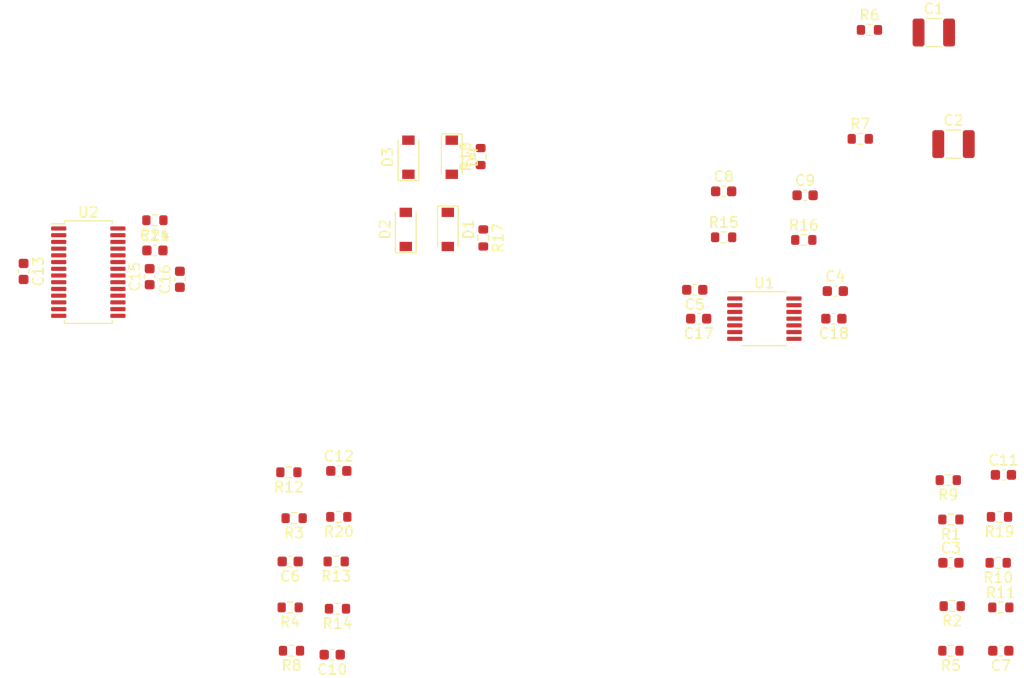
<source format=kicad_pcb>
(kicad_pcb (version 20171130) (host pcbnew "(5.1.8)-1")

  (general
    (thickness 1.6)
    (drawings 0)
    (tracks 0)
    (zones 0)
    (modules 45)
    (nets 45)
  )

  (page A4)
  (layers
    (0 F.Cu signal)
    (31 B.Cu signal)
    (32 B.Adhes user)
    (33 F.Adhes user)
    (34 B.Paste user)
    (35 F.Paste user)
    (36 B.SilkS user)
    (37 F.SilkS user)
    (38 B.Mask user)
    (39 F.Mask user)
    (40 Dwgs.User user)
    (41 Cmts.User user)
    (42 Eco1.User user)
    (43 Eco2.User user)
    (44 Edge.Cuts user)
    (45 Margin user)
    (46 B.CrtYd user)
    (47 F.CrtYd user)
    (48 B.Fab user)
    (49 F.Fab user)
  )

  (setup
    (last_trace_width 0.25)
    (trace_clearance 0.2)
    (zone_clearance 0.508)
    (zone_45_only no)
    (trace_min 0.2)
    (via_size 0.8)
    (via_drill 0.4)
    (via_min_size 0.4)
    (via_min_drill 0.3)
    (uvia_size 0.3)
    (uvia_drill 0.1)
    (uvias_allowed no)
    (uvia_min_size 0.2)
    (uvia_min_drill 0.1)
    (edge_width 0.05)
    (segment_width 0.2)
    (pcb_text_width 0.3)
    (pcb_text_size 1.5 1.5)
    (mod_edge_width 0.12)
    (mod_text_size 1 1)
    (mod_text_width 0.15)
    (pad_size 1.524 1.524)
    (pad_drill 0.762)
    (pad_to_mask_clearance 0)
    (aux_axis_origin 0 0)
    (visible_elements 7FFFFFFF)
    (pcbplotparams
      (layerselection 0x010fc_ffffffff)
      (usegerberextensions false)
      (usegerberattributes true)
      (usegerberadvancedattributes true)
      (creategerberjobfile true)
      (excludeedgelayer true)
      (linewidth 0.100000)
      (plotframeref false)
      (viasonmask false)
      (mode 1)
      (useauxorigin false)
      (hpglpennumber 1)
      (hpglpenspeed 20)
      (hpglpendiameter 15.000000)
      (psnegative false)
      (psa4output false)
      (plotreference true)
      (plotvalue true)
      (plotinvisibletext false)
      (padsonsilk false)
      (subtractmaskfromsilk false)
      (outputformat 1)
      (mirror false)
      (drillshape 1)
      (scaleselection 1)
      (outputdirectory ""))
  )

  (net 0 "")
  (net 1 InL)
  (net 2 "Net-(C1-Pad1)")
  (net 3 InR)
  (net 4 "Net-(C2-Pad1)")
  (net 5 "Net-(R21-Pad2)")
  (net 6 VinR)
  (net 7 VinL)
  (net 8 VCom)
  (net 9 VOutL+)
  (net 10 VOutL-)
  (net 11 VOutR+)
  (net 12 VOutR-)
  (net 13 PB4)
  (net 14 "Net-(U2-Pad14)")
  (net 15 "Net-(U2-Pad13)")
  (net 16 PB5)
  (net 17 PA4)
  (net 18 PB3)
  (net 19 PA9)
  (net 20 +3V3)
  (net 21 PA8)
  (net 22 PF1)
  (net 23 PF0)
  (net 24 PA11)
  (net 25 "Net-(C3-Pad2)")
  (net 26 "Net-(C3-Pad1)")
  (net 27 "Net-(C6-Pad2)")
  (net 28 "Net-(C6-Pad1)")
  (net 29 "Net-(C7-Pad1)")
  (net 30 "Net-(C8-Pad2)")
  (net 31 "Net-(C8-Pad1)")
  (net 32 "Net-(C9-Pad2)")
  (net 33 "Net-(C9-Pad1)")
  (net 34 "Net-(C10-Pad1)")
  (net 35 "Net-(C11-Pad2)")
  (net 36 "Net-(C11-Pad1)")
  (net 37 "Net-(C12-Pad2)")
  (net 38 "Net-(C12-Pad1)")
  (net 39 +12V)
  (net 40 -12V)
  (net 41 OutR)
  (net 42 OutL)
  (net 43 GND)
  (net 44 +5V)

  (net_class Default "This is the default net class."
    (clearance 0.2)
    (trace_width 0.25)
    (via_dia 0.8)
    (via_drill 0.4)
    (uvia_dia 0.3)
    (uvia_drill 0.1)
    (add_net +12V)
    (add_net +3V3)
    (add_net +5V)
    (add_net -12V)
    (add_net GND)
    (add_net InL)
    (add_net InR)
    (add_net "Net-(C1-Pad1)")
    (add_net "Net-(C10-Pad1)")
    (add_net "Net-(C11-Pad1)")
    (add_net "Net-(C11-Pad2)")
    (add_net "Net-(C12-Pad1)")
    (add_net "Net-(C12-Pad2)")
    (add_net "Net-(C2-Pad1)")
    (add_net "Net-(C3-Pad1)")
    (add_net "Net-(C3-Pad2)")
    (add_net "Net-(C6-Pad1)")
    (add_net "Net-(C6-Pad2)")
    (add_net "Net-(C7-Pad1)")
    (add_net "Net-(C8-Pad1)")
    (add_net "Net-(C8-Pad2)")
    (add_net "Net-(C9-Pad1)")
    (add_net "Net-(C9-Pad2)")
    (add_net "Net-(R21-Pad2)")
    (add_net "Net-(U2-Pad13)")
    (add_net "Net-(U2-Pad14)")
    (add_net OutL)
    (add_net OutR)
    (add_net PA11)
    (add_net PA4)
    (add_net PA8)
    (add_net PA9)
    (add_net PB3)
    (add_net PB4)
    (add_net PB5)
    (add_net PF0)
    (add_net PF1)
    (add_net VCom)
    (add_net VOutL+)
    (add_net VOutL-)
    (add_net VOutR+)
    (add_net VOutR-)
    (add_net VinL)
    (add_net VinR)
  )

  (module Package_SO:TSSOP-14_4.4x5mm_P0.65mm (layer F.Cu) (tedit 5E476F32) (tstamp 61A38D52)
    (at 142.875 78.105)
    (descr "TSSOP, 14 Pin (JEDEC MO-153 Var AB-1 https://www.jedec.org/document_search?search_api_views_fulltext=MO-153), generated with kicad-footprint-generator ipc_gullwing_generator.py")
    (tags "TSSOP SO")
    (path /61A3FF95)
    (attr smd)
    (fp_text reference U1 (at 0 -3.45) (layer F.SilkS)
      (effects (font (size 1 1) (thickness 0.15)))
    )
    (fp_text value TL074 (at 0 3.45) (layer F.Fab)
      (effects (font (size 1 1) (thickness 0.15)))
    )
    (fp_line (start 3.85 -2.75) (end -3.85 -2.75) (layer F.CrtYd) (width 0.05))
    (fp_line (start 3.85 2.75) (end 3.85 -2.75) (layer F.CrtYd) (width 0.05))
    (fp_line (start -3.85 2.75) (end 3.85 2.75) (layer F.CrtYd) (width 0.05))
    (fp_line (start -3.85 -2.75) (end -3.85 2.75) (layer F.CrtYd) (width 0.05))
    (fp_line (start -2.2 -1.5) (end -1.2 -2.5) (layer F.Fab) (width 0.1))
    (fp_line (start -2.2 2.5) (end -2.2 -1.5) (layer F.Fab) (width 0.1))
    (fp_line (start 2.2 2.5) (end -2.2 2.5) (layer F.Fab) (width 0.1))
    (fp_line (start 2.2 -2.5) (end 2.2 2.5) (layer F.Fab) (width 0.1))
    (fp_line (start -1.2 -2.5) (end 2.2 -2.5) (layer F.Fab) (width 0.1))
    (fp_line (start 0 -2.61) (end -3.6 -2.61) (layer F.SilkS) (width 0.12))
    (fp_line (start 0 -2.61) (end 2.2 -2.61) (layer F.SilkS) (width 0.12))
    (fp_line (start 0 2.61) (end -2.2 2.61) (layer F.SilkS) (width 0.12))
    (fp_line (start 0 2.61) (end 2.2 2.61) (layer F.SilkS) (width 0.12))
    (fp_text user %R (at 0 0) (layer F.Fab)
      (effects (font (size 1 1) (thickness 0.15)))
    )
    (pad 14 smd roundrect (at 2.8625 -1.95) (size 1.475 0.4) (layers F.Cu F.Paste F.Mask) (roundrect_rratio 0.25)
      (net 33 "Net-(C9-Pad1)"))
    (pad 13 smd roundrect (at 2.8625 -1.3) (size 1.475 0.4) (layers F.Cu F.Paste F.Mask) (roundrect_rratio 0.25)
      (net 32 "Net-(C9-Pad2)"))
    (pad 12 smd roundrect (at 2.8625 -0.65) (size 1.475 0.4) (layers F.Cu F.Paste F.Mask) (roundrect_rratio 0.25)
      (net 8 VCom))
    (pad 11 smd roundrect (at 2.8625 0) (size 1.475 0.4) (layers F.Cu F.Paste F.Mask) (roundrect_rratio 0.25)
      (net 40 -12V))
    (pad 10 smd roundrect (at 2.8625 0.65) (size 1.475 0.4) (layers F.Cu F.Paste F.Mask) (roundrect_rratio 0.25)
      (net 29 "Net-(C7-Pad1)"))
    (pad 9 smd roundrect (at 2.8625 1.3) (size 1.475 0.4) (layers F.Cu F.Paste F.Mask) (roundrect_rratio 0.25)
      (net 35 "Net-(C11-Pad2)"))
    (pad 8 smd roundrect (at 2.8625 1.95) (size 1.475 0.4) (layers F.Cu F.Paste F.Mask) (roundrect_rratio 0.25)
      (net 36 "Net-(C11-Pad1)"))
    (pad 7 smd roundrect (at -2.8625 1.95) (size 1.475 0.4) (layers F.Cu F.Paste F.Mask) (roundrect_rratio 0.25)
      (net 38 "Net-(C12-Pad1)"))
    (pad 6 smd roundrect (at -2.8625 1.3) (size 1.475 0.4) (layers F.Cu F.Paste F.Mask) (roundrect_rratio 0.25)
      (net 37 "Net-(C12-Pad2)"))
    (pad 5 smd roundrect (at -2.8625 0.65) (size 1.475 0.4) (layers F.Cu F.Paste F.Mask) (roundrect_rratio 0.25)
      (net 34 "Net-(C10-Pad1)"))
    (pad 4 smd roundrect (at -2.8625 0) (size 1.475 0.4) (layers F.Cu F.Paste F.Mask) (roundrect_rratio 0.25)
      (net 39 +12V))
    (pad 3 smd roundrect (at -2.8625 -0.65) (size 1.475 0.4) (layers F.Cu F.Paste F.Mask) (roundrect_rratio 0.25)
      (net 8 VCom))
    (pad 2 smd roundrect (at -2.8625 -1.3) (size 1.475 0.4) (layers F.Cu F.Paste F.Mask) (roundrect_rratio 0.25)
      (net 30 "Net-(C8-Pad2)"))
    (pad 1 smd roundrect (at -2.8625 -1.95) (size 1.475 0.4) (layers F.Cu F.Paste F.Mask) (roundrect_rratio 0.25)
      (net 31 "Net-(C8-Pad1)"))
    (model ${KISYS3DMOD}/Package_SO.3dshapes/TSSOP-14_4.4x5mm_P0.65mm.wrl
      (at (xyz 0 0 0))
      (scale (xyz 1 1 1))
      (rotate (xyz 0 0 0))
    )
  )

  (module Resistor_SMD:R_0603_1608Metric (layer F.Cu) (tedit 5F68FEEE) (tstamp 61A3896E)
    (at 83.947 68.58 180)
    (descr "Resistor SMD 0603 (1608 Metric), square (rectangular) end terminal, IPC_7351 nominal, (Body size source: IPC-SM-782 page 72, https://www.pcb-3d.com/wordpress/wp-content/uploads/ipc-sm-782a_amendment_1_and_2.pdf), generated with kicad-footprint-generator")
    (tags resistor)
    (path /619D3A1C)
    (attr smd)
    (fp_text reference R21 (at 0 -1.43) (layer F.SilkS)
      (effects (font (size 1 1) (thickness 0.15)))
    )
    (fp_text value 220k (at 0 1.43) (layer F.Fab)
      (effects (font (size 1 1) (thickness 0.15)))
    )
    (fp_line (start 1.48 0.73) (end -1.48 0.73) (layer F.CrtYd) (width 0.05))
    (fp_line (start 1.48 -0.73) (end 1.48 0.73) (layer F.CrtYd) (width 0.05))
    (fp_line (start -1.48 -0.73) (end 1.48 -0.73) (layer F.CrtYd) (width 0.05))
    (fp_line (start -1.48 0.73) (end -1.48 -0.73) (layer F.CrtYd) (width 0.05))
    (fp_line (start -0.237258 0.5225) (end 0.237258 0.5225) (layer F.SilkS) (width 0.12))
    (fp_line (start -0.237258 -0.5225) (end 0.237258 -0.5225) (layer F.SilkS) (width 0.12))
    (fp_line (start 0.8 0.4125) (end -0.8 0.4125) (layer F.Fab) (width 0.1))
    (fp_line (start 0.8 -0.4125) (end 0.8 0.4125) (layer F.Fab) (width 0.1))
    (fp_line (start -0.8 -0.4125) (end 0.8 -0.4125) (layer F.Fab) (width 0.1))
    (fp_line (start -0.8 0.4125) (end -0.8 -0.4125) (layer F.Fab) (width 0.1))
    (fp_text user %R (at 0 0) (layer F.Fab)
      (effects (font (size 0.4 0.4) (thickness 0.06)))
    )
    (pad 2 smd roundrect (at 0.825 0 180) (size 0.8 0.95) (layers F.Cu F.Paste F.Mask) (roundrect_rratio 0.25)
      (net 5 "Net-(R21-Pad2)"))
    (pad 1 smd roundrect (at -0.825 0 180) (size 0.8 0.95) (layers F.Cu F.Paste F.Mask) (roundrect_rratio 0.25)
      (net 43 GND))
    (model ${KISYS3DMOD}/Resistor_SMD.3dshapes/R_0603_1608Metric.wrl
      (at (xyz 0 0 0))
      (scale (xyz 1 1 1))
      (rotate (xyz 0 0 0))
    )
  )

  (module Resistor_SMD:R_0603_1608Metric (layer F.Cu) (tedit 5F68FEEE) (tstamp 61A3895D)
    (at 101.727 97.282 180)
    (descr "Resistor SMD 0603 (1608 Metric), square (rectangular) end terminal, IPC_7351 nominal, (Body size source: IPC-SM-782 page 72, https://www.pcb-3d.com/wordpress/wp-content/uploads/ipc-sm-782a_amendment_1_and_2.pdf), generated with kicad-footprint-generator")
    (tags resistor)
    (path /61B64DBA)
    (attr smd)
    (fp_text reference R20 (at 0 -1.43) (layer F.SilkS)
      (effects (font (size 1 1) (thickness 0.15)))
    )
    (fp_text value 1k (at 0 1.43) (layer F.Fab)
      (effects (font (size 1 1) (thickness 0.15)))
    )
    (fp_line (start 1.48 0.73) (end -1.48 0.73) (layer F.CrtYd) (width 0.05))
    (fp_line (start 1.48 -0.73) (end 1.48 0.73) (layer F.CrtYd) (width 0.05))
    (fp_line (start -1.48 -0.73) (end 1.48 -0.73) (layer F.CrtYd) (width 0.05))
    (fp_line (start -1.48 0.73) (end -1.48 -0.73) (layer F.CrtYd) (width 0.05))
    (fp_line (start -0.237258 0.5225) (end 0.237258 0.5225) (layer F.SilkS) (width 0.12))
    (fp_line (start -0.237258 -0.5225) (end 0.237258 -0.5225) (layer F.SilkS) (width 0.12))
    (fp_line (start 0.8 0.4125) (end -0.8 0.4125) (layer F.Fab) (width 0.1))
    (fp_line (start 0.8 -0.4125) (end 0.8 0.4125) (layer F.Fab) (width 0.1))
    (fp_line (start -0.8 -0.4125) (end 0.8 -0.4125) (layer F.Fab) (width 0.1))
    (fp_line (start -0.8 0.4125) (end -0.8 -0.4125) (layer F.Fab) (width 0.1))
    (fp_text user %R (at 0 0) (layer F.Fab)
      (effects (font (size 0.4 0.4) (thickness 0.06)))
    )
    (pad 2 smd roundrect (at 0.825 0 180) (size 0.8 0.95) (layers F.Cu F.Paste F.Mask) (roundrect_rratio 0.25)
      (net 38 "Net-(C12-Pad1)"))
    (pad 1 smd roundrect (at -0.825 0 180) (size 0.8 0.95) (layers F.Cu F.Paste F.Mask) (roundrect_rratio 0.25)
      (net 42 OutL))
    (model ${KISYS3DMOD}/Resistor_SMD.3dshapes/R_0603_1608Metric.wrl
      (at (xyz 0 0 0))
      (scale (xyz 1 1 1))
      (rotate (xyz 0 0 0))
    )
  )

  (module Resistor_SMD:R_0603_1608Metric (layer F.Cu) (tedit 5F68FEEE) (tstamp 61A3894C)
    (at 165.608 97.282 180)
    (descr "Resistor SMD 0603 (1608 Metric), square (rectangular) end terminal, IPC_7351 nominal, (Body size source: IPC-SM-782 page 72, https://www.pcb-3d.com/wordpress/wp-content/uploads/ipc-sm-782a_amendment_1_and_2.pdf), generated with kicad-footprint-generator")
    (tags resistor)
    (path /61A47A13)
    (attr smd)
    (fp_text reference R19 (at 0 -1.43) (layer F.SilkS)
      (effects (font (size 1 1) (thickness 0.15)))
    )
    (fp_text value 1k (at 0 1.43) (layer F.Fab)
      (effects (font (size 1 1) (thickness 0.15)))
    )
    (fp_line (start 1.48 0.73) (end -1.48 0.73) (layer F.CrtYd) (width 0.05))
    (fp_line (start 1.48 -0.73) (end 1.48 0.73) (layer F.CrtYd) (width 0.05))
    (fp_line (start -1.48 -0.73) (end 1.48 -0.73) (layer F.CrtYd) (width 0.05))
    (fp_line (start -1.48 0.73) (end -1.48 -0.73) (layer F.CrtYd) (width 0.05))
    (fp_line (start -0.237258 0.5225) (end 0.237258 0.5225) (layer F.SilkS) (width 0.12))
    (fp_line (start -0.237258 -0.5225) (end 0.237258 -0.5225) (layer F.SilkS) (width 0.12))
    (fp_line (start 0.8 0.4125) (end -0.8 0.4125) (layer F.Fab) (width 0.1))
    (fp_line (start 0.8 -0.4125) (end 0.8 0.4125) (layer F.Fab) (width 0.1))
    (fp_line (start -0.8 -0.4125) (end 0.8 -0.4125) (layer F.Fab) (width 0.1))
    (fp_line (start -0.8 0.4125) (end -0.8 -0.4125) (layer F.Fab) (width 0.1))
    (fp_text user %R (at 0 0) (layer F.Fab)
      (effects (font (size 0.4 0.4) (thickness 0.06)))
    )
    (pad 2 smd roundrect (at 0.825 0 180) (size 0.8 0.95) (layers F.Cu F.Paste F.Mask) (roundrect_rratio 0.25)
      (net 36 "Net-(C11-Pad1)"))
    (pad 1 smd roundrect (at -0.825 0 180) (size 0.8 0.95) (layers F.Cu F.Paste F.Mask) (roundrect_rratio 0.25)
      (net 41 OutR))
    (model ${KISYS3DMOD}/Resistor_SMD.3dshapes/R_0603_1608Metric.wrl
      (at (xyz 0 0 0))
      (scale (xyz 1 1 1))
      (rotate (xyz 0 0 0))
    )
  )

  (module Resistor_SMD:R_0603_1608Metric (layer F.Cu) (tedit 5F68FEEE) (tstamp 61A3893B)
    (at 115.443 62.42 90)
    (descr "Resistor SMD 0603 (1608 Metric), square (rectangular) end terminal, IPC_7351 nominal, (Body size source: IPC-SM-782 page 72, https://www.pcb-3d.com/wordpress/wp-content/uploads/ipc-sm-782a_amendment_1_and_2.pdf), generated with kicad-footprint-generator")
    (tags resistor)
    (path /61AEA927)
    (attr smd)
    (fp_text reference R18 (at 0 -1.43 90) (layer F.SilkS)
      (effects (font (size 1 1) (thickness 0.15)))
    )
    (fp_text value 1k (at 0 1.43 90) (layer F.Fab)
      (effects (font (size 1 1) (thickness 0.15)))
    )
    (fp_line (start 1.48 0.73) (end -1.48 0.73) (layer F.CrtYd) (width 0.05))
    (fp_line (start 1.48 -0.73) (end 1.48 0.73) (layer F.CrtYd) (width 0.05))
    (fp_line (start -1.48 -0.73) (end 1.48 -0.73) (layer F.CrtYd) (width 0.05))
    (fp_line (start -1.48 0.73) (end -1.48 -0.73) (layer F.CrtYd) (width 0.05))
    (fp_line (start -0.237258 0.5225) (end 0.237258 0.5225) (layer F.SilkS) (width 0.12))
    (fp_line (start -0.237258 -0.5225) (end 0.237258 -0.5225) (layer F.SilkS) (width 0.12))
    (fp_line (start 0.8 0.4125) (end -0.8 0.4125) (layer F.Fab) (width 0.1))
    (fp_line (start 0.8 -0.4125) (end 0.8 0.4125) (layer F.Fab) (width 0.1))
    (fp_line (start -0.8 -0.4125) (end 0.8 -0.4125) (layer F.Fab) (width 0.1))
    (fp_line (start -0.8 0.4125) (end -0.8 -0.4125) (layer F.Fab) (width 0.1))
    (fp_text user %R (at 0 0 90) (layer F.Fab)
      (effects (font (size 0.4 0.4) (thickness 0.06)))
    )
    (pad 2 smd roundrect (at 0.825 0 90) (size 0.8 0.95) (layers F.Cu F.Paste F.Mask) (roundrect_rratio 0.25)
      (net 6 VinR))
    (pad 1 smd roundrect (at -0.825 0 90) (size 0.8 0.95) (layers F.Cu F.Paste F.Mask) (roundrect_rratio 0.25)
      (net 33 "Net-(C9-Pad1)"))
    (model ${KISYS3DMOD}/Resistor_SMD.3dshapes/R_0603_1608Metric.wrl
      (at (xyz 0 0 0))
      (scale (xyz 1 1 1))
      (rotate (xyz 0 0 0))
    )
  )

  (module Resistor_SMD:R_0603_1608Metric (layer F.Cu) (tedit 5F68FEEE) (tstamp 61A3892A)
    (at 115.697 70.295 270)
    (descr "Resistor SMD 0603 (1608 Metric), square (rectangular) end terminal, IPC_7351 nominal, (Body size source: IPC-SM-782 page 72, https://www.pcb-3d.com/wordpress/wp-content/uploads/ipc-sm-782a_amendment_1_and_2.pdf), generated with kicad-footprint-generator")
    (tags resistor)
    (path /61A47311)
    (attr smd)
    (fp_text reference R17 (at 0 -1.43 90) (layer F.SilkS)
      (effects (font (size 1 1) (thickness 0.15)))
    )
    (fp_text value 1k (at 0 1.43 90) (layer F.Fab)
      (effects (font (size 1 1) (thickness 0.15)))
    )
    (fp_line (start 1.48 0.73) (end -1.48 0.73) (layer F.CrtYd) (width 0.05))
    (fp_line (start 1.48 -0.73) (end 1.48 0.73) (layer F.CrtYd) (width 0.05))
    (fp_line (start -1.48 -0.73) (end 1.48 -0.73) (layer F.CrtYd) (width 0.05))
    (fp_line (start -1.48 0.73) (end -1.48 -0.73) (layer F.CrtYd) (width 0.05))
    (fp_line (start -0.237258 0.5225) (end 0.237258 0.5225) (layer F.SilkS) (width 0.12))
    (fp_line (start -0.237258 -0.5225) (end 0.237258 -0.5225) (layer F.SilkS) (width 0.12))
    (fp_line (start 0.8 0.4125) (end -0.8 0.4125) (layer F.Fab) (width 0.1))
    (fp_line (start 0.8 -0.4125) (end 0.8 0.4125) (layer F.Fab) (width 0.1))
    (fp_line (start -0.8 -0.4125) (end 0.8 -0.4125) (layer F.Fab) (width 0.1))
    (fp_line (start -0.8 0.4125) (end -0.8 -0.4125) (layer F.Fab) (width 0.1))
    (fp_text user %R (at 0 0 90) (layer F.Fab)
      (effects (font (size 0.4 0.4) (thickness 0.06)))
    )
    (pad 2 smd roundrect (at 0.825 0 270) (size 0.8 0.95) (layers F.Cu F.Paste F.Mask) (roundrect_rratio 0.25)
      (net 7 VinL))
    (pad 1 smd roundrect (at -0.825 0 270) (size 0.8 0.95) (layers F.Cu F.Paste F.Mask) (roundrect_rratio 0.25)
      (net 31 "Net-(C8-Pad1)"))
    (model ${KISYS3DMOD}/Resistor_SMD.3dshapes/R_0603_1608Metric.wrl
      (at (xyz 0 0 0))
      (scale (xyz 1 1 1))
      (rotate (xyz 0 0 0))
    )
  )

  (module Resistor_SMD:R_0603_1608Metric (layer F.Cu) (tedit 5F68FEEE) (tstamp 61A38919)
    (at 146.685 70.485)
    (descr "Resistor SMD 0603 (1608 Metric), square (rectangular) end terminal, IPC_7351 nominal, (Body size source: IPC-SM-782 page 72, https://www.pcb-3d.com/wordpress/wp-content/uploads/ipc-sm-782a_amendment_1_and_2.pdf), generated with kicad-footprint-generator")
    (tags resistor)
    (path /61AEA931)
    (attr smd)
    (fp_text reference R16 (at 0 -1.43) (layer F.SilkS)
      (effects (font (size 1 1) (thickness 0.15)))
    )
    (fp_text value 30k (at 0 1.43) (layer F.Fab)
      (effects (font (size 1 1) (thickness 0.15)))
    )
    (fp_line (start 1.48 0.73) (end -1.48 0.73) (layer F.CrtYd) (width 0.05))
    (fp_line (start 1.48 -0.73) (end 1.48 0.73) (layer F.CrtYd) (width 0.05))
    (fp_line (start -1.48 -0.73) (end 1.48 -0.73) (layer F.CrtYd) (width 0.05))
    (fp_line (start -1.48 0.73) (end -1.48 -0.73) (layer F.CrtYd) (width 0.05))
    (fp_line (start -0.237258 0.5225) (end 0.237258 0.5225) (layer F.SilkS) (width 0.12))
    (fp_line (start -0.237258 -0.5225) (end 0.237258 -0.5225) (layer F.SilkS) (width 0.12))
    (fp_line (start 0.8 0.4125) (end -0.8 0.4125) (layer F.Fab) (width 0.1))
    (fp_line (start 0.8 -0.4125) (end 0.8 0.4125) (layer F.Fab) (width 0.1))
    (fp_line (start -0.8 -0.4125) (end 0.8 -0.4125) (layer F.Fab) (width 0.1))
    (fp_line (start -0.8 0.4125) (end -0.8 -0.4125) (layer F.Fab) (width 0.1))
    (fp_text user %R (at 0 0) (layer F.Fab)
      (effects (font (size 0.4 0.4) (thickness 0.06)))
    )
    (pad 2 smd roundrect (at 0.825 0) (size 0.8 0.95) (layers F.Cu F.Paste F.Mask) (roundrect_rratio 0.25)
      (net 32 "Net-(C9-Pad2)"))
    (pad 1 smd roundrect (at -0.825 0) (size 0.8 0.95) (layers F.Cu F.Paste F.Mask) (roundrect_rratio 0.25)
      (net 33 "Net-(C9-Pad1)"))
    (model ${KISYS3DMOD}/Resistor_SMD.3dshapes/R_0603_1608Metric.wrl
      (at (xyz 0 0 0))
      (scale (xyz 1 1 1))
      (rotate (xyz 0 0 0))
    )
  )

  (module Resistor_SMD:R_0603_1608Metric (layer F.Cu) (tedit 5F68FEEE) (tstamp 61A38908)
    (at 138.938 70.231)
    (descr "Resistor SMD 0603 (1608 Metric), square (rectangular) end terminal, IPC_7351 nominal, (Body size source: IPC-SM-782 page 72, https://www.pcb-3d.com/wordpress/wp-content/uploads/ipc-sm-782a_amendment_1_and_2.pdf), generated with kicad-footprint-generator")
    (tags resistor)
    (path /61A485AF)
    (attr smd)
    (fp_text reference R15 (at 0 -1.43) (layer F.SilkS)
      (effects (font (size 1 1) (thickness 0.15)))
    )
    (fp_text value 30k (at 0 1.43) (layer F.Fab)
      (effects (font (size 1 1) (thickness 0.15)))
    )
    (fp_line (start 1.48 0.73) (end -1.48 0.73) (layer F.CrtYd) (width 0.05))
    (fp_line (start 1.48 -0.73) (end 1.48 0.73) (layer F.CrtYd) (width 0.05))
    (fp_line (start -1.48 -0.73) (end 1.48 -0.73) (layer F.CrtYd) (width 0.05))
    (fp_line (start -1.48 0.73) (end -1.48 -0.73) (layer F.CrtYd) (width 0.05))
    (fp_line (start -0.237258 0.5225) (end 0.237258 0.5225) (layer F.SilkS) (width 0.12))
    (fp_line (start -0.237258 -0.5225) (end 0.237258 -0.5225) (layer F.SilkS) (width 0.12))
    (fp_line (start 0.8 0.4125) (end -0.8 0.4125) (layer F.Fab) (width 0.1))
    (fp_line (start 0.8 -0.4125) (end 0.8 0.4125) (layer F.Fab) (width 0.1))
    (fp_line (start -0.8 -0.4125) (end 0.8 -0.4125) (layer F.Fab) (width 0.1))
    (fp_line (start -0.8 0.4125) (end -0.8 -0.4125) (layer F.Fab) (width 0.1))
    (fp_text user %R (at 0 0) (layer F.Fab)
      (effects (font (size 0.4 0.4) (thickness 0.06)))
    )
    (pad 2 smd roundrect (at 0.825 0) (size 0.8 0.95) (layers F.Cu F.Paste F.Mask) (roundrect_rratio 0.25)
      (net 30 "Net-(C8-Pad2)"))
    (pad 1 smd roundrect (at -0.825 0) (size 0.8 0.95) (layers F.Cu F.Paste F.Mask) (roundrect_rratio 0.25)
      (net 31 "Net-(C8-Pad1)"))
    (model ${KISYS3DMOD}/Resistor_SMD.3dshapes/R_0603_1608Metric.wrl
      (at (xyz 0 0 0))
      (scale (xyz 1 1 1))
      (rotate (xyz 0 0 0))
    )
  )

  (module Resistor_SMD:R_0603_1608Metric (layer F.Cu) (tedit 5F68FEEE) (tstamp 61A388F7)
    (at 101.6 106.172 180)
    (descr "Resistor SMD 0603 (1608 Metric), square (rectangular) end terminal, IPC_7351 nominal, (Body size source: IPC-SM-782 page 72, https://www.pcb-3d.com/wordpress/wp-content/uploads/ipc-sm-782a_amendment_1_and_2.pdf), generated with kicad-footprint-generator")
    (tags resistor)
    (path /61B64DD0)
    (attr smd)
    (fp_text reference R14 (at 0 -1.43) (layer F.SilkS)
      (effects (font (size 1 1) (thickness 0.15)))
    )
    (fp_text value 820 (at 0 1.43) (layer F.Fab)
      (effects (font (size 1 1) (thickness 0.15)))
    )
    (fp_line (start 1.48 0.73) (end -1.48 0.73) (layer F.CrtYd) (width 0.05))
    (fp_line (start 1.48 -0.73) (end 1.48 0.73) (layer F.CrtYd) (width 0.05))
    (fp_line (start -1.48 -0.73) (end 1.48 -0.73) (layer F.CrtYd) (width 0.05))
    (fp_line (start -1.48 0.73) (end -1.48 -0.73) (layer F.CrtYd) (width 0.05))
    (fp_line (start -0.237258 0.5225) (end 0.237258 0.5225) (layer F.SilkS) (width 0.12))
    (fp_line (start -0.237258 -0.5225) (end 0.237258 -0.5225) (layer F.SilkS) (width 0.12))
    (fp_line (start 0.8 0.4125) (end -0.8 0.4125) (layer F.Fab) (width 0.1))
    (fp_line (start 0.8 -0.4125) (end 0.8 0.4125) (layer F.Fab) (width 0.1))
    (fp_line (start -0.8 -0.4125) (end 0.8 -0.4125) (layer F.Fab) (width 0.1))
    (fp_line (start -0.8 0.4125) (end -0.8 -0.4125) (layer F.Fab) (width 0.1))
    (fp_text user %R (at 0 0) (layer F.Fab)
      (effects (font (size 0.4 0.4) (thickness 0.06)))
    )
    (pad 2 smd roundrect (at 0.825 0 180) (size 0.8 0.95) (layers F.Cu F.Paste F.Mask) (roundrect_rratio 0.25)
      (net 27 "Net-(C6-Pad2)"))
    (pad 1 smd roundrect (at -0.825 0 180) (size 0.8 0.95) (layers F.Cu F.Paste F.Mask) (roundrect_rratio 0.25)
      (net 34 "Net-(C10-Pad1)"))
    (model ${KISYS3DMOD}/Resistor_SMD.3dshapes/R_0603_1608Metric.wrl
      (at (xyz 0 0 0))
      (scale (xyz 1 1 1))
      (rotate (xyz 0 0 0))
    )
  )

  (module Resistor_SMD:R_0603_1608Metric (layer F.Cu) (tedit 5F68FEEE) (tstamp 61A388E6)
    (at 101.473 101.6 180)
    (descr "Resistor SMD 0603 (1608 Metric), square (rectangular) end terminal, IPC_7351 nominal, (Body size source: IPC-SM-782 page 72, https://www.pcb-3d.com/wordpress/wp-content/uploads/ipc-sm-782a_amendment_1_and_2.pdf), generated with kicad-footprint-generator")
    (tags resistor)
    (path /61B64DC6)
    (attr smd)
    (fp_text reference R13 (at 0 -1.43) (layer F.SilkS)
      (effects (font (size 1 1) (thickness 0.15)))
    )
    (fp_text value 820 (at 0 1.43) (layer F.Fab)
      (effects (font (size 1 1) (thickness 0.15)))
    )
    (fp_line (start 1.48 0.73) (end -1.48 0.73) (layer F.CrtYd) (width 0.05))
    (fp_line (start 1.48 -0.73) (end 1.48 0.73) (layer F.CrtYd) (width 0.05))
    (fp_line (start -1.48 -0.73) (end 1.48 -0.73) (layer F.CrtYd) (width 0.05))
    (fp_line (start -1.48 0.73) (end -1.48 -0.73) (layer F.CrtYd) (width 0.05))
    (fp_line (start -0.237258 0.5225) (end 0.237258 0.5225) (layer F.SilkS) (width 0.12))
    (fp_line (start -0.237258 -0.5225) (end 0.237258 -0.5225) (layer F.SilkS) (width 0.12))
    (fp_line (start 0.8 0.4125) (end -0.8 0.4125) (layer F.Fab) (width 0.1))
    (fp_line (start 0.8 -0.4125) (end 0.8 0.4125) (layer F.Fab) (width 0.1))
    (fp_line (start -0.8 -0.4125) (end 0.8 -0.4125) (layer F.Fab) (width 0.1))
    (fp_line (start -0.8 0.4125) (end -0.8 -0.4125) (layer F.Fab) (width 0.1))
    (fp_text user %R (at 0 0) (layer F.Fab)
      (effects (font (size 0.4 0.4) (thickness 0.06)))
    )
    (pad 2 smd roundrect (at 0.825 0 180) (size 0.8 0.95) (layers F.Cu F.Paste F.Mask) (roundrect_rratio 0.25)
      (net 28 "Net-(C6-Pad1)"))
    (pad 1 smd roundrect (at -0.825 0 180) (size 0.8 0.95) (layers F.Cu F.Paste F.Mask) (roundrect_rratio 0.25)
      (net 37 "Net-(C12-Pad2)"))
    (model ${KISYS3DMOD}/Resistor_SMD.3dshapes/R_0603_1608Metric.wrl
      (at (xyz 0 0 0))
      (scale (xyz 1 1 1))
      (rotate (xyz 0 0 0))
    )
  )

  (module Resistor_SMD:R_0603_1608Metric (layer F.Cu) (tedit 5F68FEEE) (tstamp 61A388D5)
    (at 96.901 92.964 180)
    (descr "Resistor SMD 0603 (1608 Metric), square (rectangular) end terminal, IPC_7351 nominal, (Body size source: IPC-SM-782 page 72, https://www.pcb-3d.com/wordpress/wp-content/uploads/ipc-sm-782a_amendment_1_and_2.pdf), generated with kicad-footprint-generator")
    (tags resistor)
    (path /61B64E02)
    (attr smd)
    (fp_text reference R12 (at 0 -1.43) (layer F.SilkS)
      (effects (font (size 1 1) (thickness 0.15)))
    )
    (fp_text value 25k (at 0 1.43) (layer F.Fab)
      (effects (font (size 1 1) (thickness 0.15)))
    )
    (fp_line (start 1.48 0.73) (end -1.48 0.73) (layer F.CrtYd) (width 0.05))
    (fp_line (start 1.48 -0.73) (end 1.48 0.73) (layer F.CrtYd) (width 0.05))
    (fp_line (start -1.48 -0.73) (end 1.48 -0.73) (layer F.CrtYd) (width 0.05))
    (fp_line (start -1.48 0.73) (end -1.48 -0.73) (layer F.CrtYd) (width 0.05))
    (fp_line (start -0.237258 0.5225) (end 0.237258 0.5225) (layer F.SilkS) (width 0.12))
    (fp_line (start -0.237258 -0.5225) (end 0.237258 -0.5225) (layer F.SilkS) (width 0.12))
    (fp_line (start 0.8 0.4125) (end -0.8 0.4125) (layer F.Fab) (width 0.1))
    (fp_line (start 0.8 -0.4125) (end 0.8 0.4125) (layer F.Fab) (width 0.1))
    (fp_line (start -0.8 -0.4125) (end 0.8 -0.4125) (layer F.Fab) (width 0.1))
    (fp_line (start -0.8 0.4125) (end -0.8 -0.4125) (layer F.Fab) (width 0.1))
    (fp_text user %R (at 0 0) (layer F.Fab)
      (effects (font (size 0.4 0.4) (thickness 0.06)))
    )
    (pad 2 smd roundrect (at 0.825 0 180) (size 0.8 0.95) (layers F.Cu F.Paste F.Mask) (roundrect_rratio 0.25)
      (net 28 "Net-(C6-Pad1)"))
    (pad 1 smd roundrect (at -0.825 0 180) (size 0.8 0.95) (layers F.Cu F.Paste F.Mask) (roundrect_rratio 0.25)
      (net 38 "Net-(C12-Pad1)"))
    (model ${KISYS3DMOD}/Resistor_SMD.3dshapes/R_0603_1608Metric.wrl
      (at (xyz 0 0 0))
      (scale (xyz 1 1 1))
      (rotate (xyz 0 0 0))
    )
  )

  (module Resistor_SMD:R_0603_1608Metric (layer F.Cu) (tedit 5F68FEEE) (tstamp 61A388C4)
    (at 165.735 106.045)
    (descr "Resistor SMD 0603 (1608 Metric), square (rectangular) end terminal, IPC_7351 nominal, (Body size source: IPC-SM-782 page 72, https://www.pcb-3d.com/wordpress/wp-content/uploads/ipc-sm-782a_amendment_1_and_2.pdf), generated with kicad-footprint-generator")
    (tags resistor)
    (path /61A4C61E)
    (attr smd)
    (fp_text reference R11 (at 0 -1.43) (layer F.SilkS)
      (effects (font (size 1 1) (thickness 0.15)))
    )
    (fp_text value 820 (at 0 1.43) (layer F.Fab)
      (effects (font (size 1 1) (thickness 0.15)))
    )
    (fp_line (start 1.48 0.73) (end -1.48 0.73) (layer F.CrtYd) (width 0.05))
    (fp_line (start 1.48 -0.73) (end 1.48 0.73) (layer F.CrtYd) (width 0.05))
    (fp_line (start -1.48 -0.73) (end 1.48 -0.73) (layer F.CrtYd) (width 0.05))
    (fp_line (start -1.48 0.73) (end -1.48 -0.73) (layer F.CrtYd) (width 0.05))
    (fp_line (start -0.237258 0.5225) (end 0.237258 0.5225) (layer F.SilkS) (width 0.12))
    (fp_line (start -0.237258 -0.5225) (end 0.237258 -0.5225) (layer F.SilkS) (width 0.12))
    (fp_line (start 0.8 0.4125) (end -0.8 0.4125) (layer F.Fab) (width 0.1))
    (fp_line (start 0.8 -0.4125) (end 0.8 0.4125) (layer F.Fab) (width 0.1))
    (fp_line (start -0.8 -0.4125) (end 0.8 -0.4125) (layer F.Fab) (width 0.1))
    (fp_line (start -0.8 0.4125) (end -0.8 -0.4125) (layer F.Fab) (width 0.1))
    (fp_text user %R (at 0 0) (layer F.Fab)
      (effects (font (size 0.4 0.4) (thickness 0.06)))
    )
    (pad 2 smd roundrect (at 0.825 0) (size 0.8 0.95) (layers F.Cu F.Paste F.Mask) (roundrect_rratio 0.25)
      (net 25 "Net-(C3-Pad2)"))
    (pad 1 smd roundrect (at -0.825 0) (size 0.8 0.95) (layers F.Cu F.Paste F.Mask) (roundrect_rratio 0.25)
      (net 29 "Net-(C7-Pad1)"))
    (model ${KISYS3DMOD}/Resistor_SMD.3dshapes/R_0603_1608Metric.wrl
      (at (xyz 0 0 0))
      (scale (xyz 1 1 1))
      (rotate (xyz 0 0 0))
    )
  )

  (module Resistor_SMD:R_0603_1608Metric (layer F.Cu) (tedit 5F68FEEE) (tstamp 61A388B3)
    (at 165.481 101.727 180)
    (descr "Resistor SMD 0603 (1608 Metric), square (rectangular) end terminal, IPC_7351 nominal, (Body size source: IPC-SM-782 page 72, https://www.pcb-3d.com/wordpress/wp-content/uploads/ipc-sm-782a_amendment_1_and_2.pdf), generated with kicad-footprint-generator")
    (tags resistor)
    (path /61A4BF97)
    (attr smd)
    (fp_text reference R10 (at 0 -1.43) (layer F.SilkS)
      (effects (font (size 1 1) (thickness 0.15)))
    )
    (fp_text value 820 (at 0 1.43) (layer F.Fab)
      (effects (font (size 1 1) (thickness 0.15)))
    )
    (fp_line (start 1.48 0.73) (end -1.48 0.73) (layer F.CrtYd) (width 0.05))
    (fp_line (start 1.48 -0.73) (end 1.48 0.73) (layer F.CrtYd) (width 0.05))
    (fp_line (start -1.48 -0.73) (end 1.48 -0.73) (layer F.CrtYd) (width 0.05))
    (fp_line (start -1.48 0.73) (end -1.48 -0.73) (layer F.CrtYd) (width 0.05))
    (fp_line (start -0.237258 0.5225) (end 0.237258 0.5225) (layer F.SilkS) (width 0.12))
    (fp_line (start -0.237258 -0.5225) (end 0.237258 -0.5225) (layer F.SilkS) (width 0.12))
    (fp_line (start 0.8 0.4125) (end -0.8 0.4125) (layer F.Fab) (width 0.1))
    (fp_line (start 0.8 -0.4125) (end 0.8 0.4125) (layer F.Fab) (width 0.1))
    (fp_line (start -0.8 -0.4125) (end 0.8 -0.4125) (layer F.Fab) (width 0.1))
    (fp_line (start -0.8 0.4125) (end -0.8 -0.4125) (layer F.Fab) (width 0.1))
    (fp_text user %R (at 0 0) (layer F.Fab)
      (effects (font (size 0.4 0.4) (thickness 0.06)))
    )
    (pad 2 smd roundrect (at 0.825 0 180) (size 0.8 0.95) (layers F.Cu F.Paste F.Mask) (roundrect_rratio 0.25)
      (net 26 "Net-(C3-Pad1)"))
    (pad 1 smd roundrect (at -0.825 0 180) (size 0.8 0.95) (layers F.Cu F.Paste F.Mask) (roundrect_rratio 0.25)
      (net 35 "Net-(C11-Pad2)"))
    (model ${KISYS3DMOD}/Resistor_SMD.3dshapes/R_0603_1608Metric.wrl
      (at (xyz 0 0 0))
      (scale (xyz 1 1 1))
      (rotate (xyz 0 0 0))
    )
  )

  (module Resistor_SMD:R_0603_1608Metric (layer F.Cu) (tedit 5F68FEEE) (tstamp 61A3C1BF)
    (at 160.655 93.726 180)
    (descr "Resistor SMD 0603 (1608 Metric), square (rectangular) end terminal, IPC_7351 nominal, (Body size source: IPC-SM-782 page 72, https://www.pcb-3d.com/wordpress/wp-content/uploads/ipc-sm-782a_amendment_1_and_2.pdf), generated with kicad-footprint-generator")
    (tags resistor)
    (path /61A77F21)
    (attr smd)
    (fp_text reference R9 (at 0 -1.43) (layer F.SilkS)
      (effects (font (size 1 1) (thickness 0.15)))
    )
    (fp_text value 25k (at 0 1.43) (layer F.Fab)
      (effects (font (size 1 1) (thickness 0.15)))
    )
    (fp_line (start 1.48 0.73) (end -1.48 0.73) (layer F.CrtYd) (width 0.05))
    (fp_line (start 1.48 -0.73) (end 1.48 0.73) (layer F.CrtYd) (width 0.05))
    (fp_line (start -1.48 -0.73) (end 1.48 -0.73) (layer F.CrtYd) (width 0.05))
    (fp_line (start -1.48 0.73) (end -1.48 -0.73) (layer F.CrtYd) (width 0.05))
    (fp_line (start -0.237258 0.5225) (end 0.237258 0.5225) (layer F.SilkS) (width 0.12))
    (fp_line (start -0.237258 -0.5225) (end 0.237258 -0.5225) (layer F.SilkS) (width 0.12))
    (fp_line (start 0.8 0.4125) (end -0.8 0.4125) (layer F.Fab) (width 0.1))
    (fp_line (start 0.8 -0.4125) (end 0.8 0.4125) (layer F.Fab) (width 0.1))
    (fp_line (start -0.8 -0.4125) (end 0.8 -0.4125) (layer F.Fab) (width 0.1))
    (fp_line (start -0.8 0.4125) (end -0.8 -0.4125) (layer F.Fab) (width 0.1))
    (fp_text user %R (at 0 0) (layer F.Fab)
      (effects (font (size 0.4 0.4) (thickness 0.06)))
    )
    (pad 2 smd roundrect (at 0.825 0 180) (size 0.8 0.95) (layers F.Cu F.Paste F.Mask) (roundrect_rratio 0.25)
      (net 26 "Net-(C3-Pad1)"))
    (pad 1 smd roundrect (at -0.825 0 180) (size 0.8 0.95) (layers F.Cu F.Paste F.Mask) (roundrect_rratio 0.25)
      (net 36 "Net-(C11-Pad1)"))
    (model ${KISYS3DMOD}/Resistor_SMD.3dshapes/R_0603_1608Metric.wrl
      (at (xyz 0 0 0))
      (scale (xyz 1 1 1))
      (rotate (xyz 0 0 0))
    )
  )

  (module Resistor_SMD:R_0603_1608Metric (layer F.Cu) (tedit 5F68FEEE) (tstamp 61A38891)
    (at 97.155 110.236 180)
    (descr "Resistor SMD 0603 (1608 Metric), square (rectangular) end terminal, IPC_7351 nominal, (Body size source: IPC-SM-782 page 72, https://www.pcb-3d.com/wordpress/wp-content/uploads/ipc-sm-782a_amendment_1_and_2.pdf), generated with kicad-footprint-generator")
    (tags resistor)
    (path /61B64E2C)
    (attr smd)
    (fp_text reference R8 (at 0 -1.43) (layer F.SilkS)
      (effects (font (size 1 1) (thickness 0.15)))
    )
    (fp_text value 25k (at 0 1.43) (layer F.Fab)
      (effects (font (size 1 1) (thickness 0.15)))
    )
    (fp_line (start 1.48 0.73) (end -1.48 0.73) (layer F.CrtYd) (width 0.05))
    (fp_line (start 1.48 -0.73) (end 1.48 0.73) (layer F.CrtYd) (width 0.05))
    (fp_line (start -1.48 -0.73) (end 1.48 -0.73) (layer F.CrtYd) (width 0.05))
    (fp_line (start -1.48 0.73) (end -1.48 -0.73) (layer F.CrtYd) (width 0.05))
    (fp_line (start -0.237258 0.5225) (end 0.237258 0.5225) (layer F.SilkS) (width 0.12))
    (fp_line (start -0.237258 -0.5225) (end 0.237258 -0.5225) (layer F.SilkS) (width 0.12))
    (fp_line (start 0.8 0.4125) (end -0.8 0.4125) (layer F.Fab) (width 0.1))
    (fp_line (start 0.8 -0.4125) (end 0.8 0.4125) (layer F.Fab) (width 0.1))
    (fp_line (start -0.8 -0.4125) (end 0.8 -0.4125) (layer F.Fab) (width 0.1))
    (fp_line (start -0.8 0.4125) (end -0.8 -0.4125) (layer F.Fab) (width 0.1))
    (fp_text user %R (at 0 0) (layer F.Fab)
      (effects (font (size 0.4 0.4) (thickness 0.06)))
    )
    (pad 2 smd roundrect (at 0.825 0 180) (size 0.8 0.95) (layers F.Cu F.Paste F.Mask) (roundrect_rratio 0.25)
      (net 27 "Net-(C6-Pad2)"))
    (pad 1 smd roundrect (at -0.825 0 180) (size 0.8 0.95) (layers F.Cu F.Paste F.Mask) (roundrect_rratio 0.25)
      (net 43 GND))
    (model ${KISYS3DMOD}/Resistor_SMD.3dshapes/R_0603_1608Metric.wrl
      (at (xyz 0 0 0))
      (scale (xyz 1 1 1))
      (rotate (xyz 0 0 0))
    )
  )

  (module Resistor_SMD:R_0603_1608Metric (layer F.Cu) (tedit 5F68FEEE) (tstamp 61A38880)
    (at 152.146 60.706)
    (descr "Resistor SMD 0603 (1608 Metric), square (rectangular) end terminal, IPC_7351 nominal, (Body size source: IPC-SM-782 page 72, https://www.pcb-3d.com/wordpress/wp-content/uploads/ipc-sm-782a_amendment_1_and_2.pdf), generated with kicad-footprint-generator")
    (tags resistor)
    (path /61AEA91D)
    (attr smd)
    (fp_text reference R7 (at 0 -1.43) (layer F.SilkS)
      (effects (font (size 1 1) (thickness 0.15)))
    )
    (fp_text value 100k (at 0 1.43) (layer F.Fab)
      (effects (font (size 1 1) (thickness 0.15)))
    )
    (fp_line (start 1.48 0.73) (end -1.48 0.73) (layer F.CrtYd) (width 0.05))
    (fp_line (start 1.48 -0.73) (end 1.48 0.73) (layer F.CrtYd) (width 0.05))
    (fp_line (start -1.48 -0.73) (end 1.48 -0.73) (layer F.CrtYd) (width 0.05))
    (fp_line (start -1.48 0.73) (end -1.48 -0.73) (layer F.CrtYd) (width 0.05))
    (fp_line (start -0.237258 0.5225) (end 0.237258 0.5225) (layer F.SilkS) (width 0.12))
    (fp_line (start -0.237258 -0.5225) (end 0.237258 -0.5225) (layer F.SilkS) (width 0.12))
    (fp_line (start 0.8 0.4125) (end -0.8 0.4125) (layer F.Fab) (width 0.1))
    (fp_line (start 0.8 -0.4125) (end 0.8 0.4125) (layer F.Fab) (width 0.1))
    (fp_line (start -0.8 -0.4125) (end 0.8 -0.4125) (layer F.Fab) (width 0.1))
    (fp_line (start -0.8 0.4125) (end -0.8 -0.4125) (layer F.Fab) (width 0.1))
    (fp_text user %R (at 0 0) (layer F.Fab)
      (effects (font (size 0.4 0.4) (thickness 0.06)))
    )
    (pad 2 smd roundrect (at 0.825 0) (size 0.8 0.95) (layers F.Cu F.Paste F.Mask) (roundrect_rratio 0.25)
      (net 4 "Net-(C2-Pad1)"))
    (pad 1 smd roundrect (at -0.825 0) (size 0.8 0.95) (layers F.Cu F.Paste F.Mask) (roundrect_rratio 0.25)
      (net 32 "Net-(C9-Pad2)"))
    (model ${KISYS3DMOD}/Resistor_SMD.3dshapes/R_0603_1608Metric.wrl
      (at (xyz 0 0 0))
      (scale (xyz 1 1 1))
      (rotate (xyz 0 0 0))
    )
  )

  (module Resistor_SMD:R_0603_1608Metric (layer F.Cu) (tedit 5F68FEEE) (tstamp 61A3886F)
    (at 153.035 50.165)
    (descr "Resistor SMD 0603 (1608 Metric), square (rectangular) end terminal, IPC_7351 nominal, (Body size source: IPC-SM-782 page 72, https://www.pcb-3d.com/wordpress/wp-content/uploads/ipc-sm-782a_amendment_1_and_2.pdf), generated with kicad-footprint-generator")
    (tags resistor)
    (path /61A45C86)
    (attr smd)
    (fp_text reference R6 (at 0 -1.43) (layer F.SilkS)
      (effects (font (size 1 1) (thickness 0.15)))
    )
    (fp_text value 100k (at 0 1.43) (layer F.Fab)
      (effects (font (size 1 1) (thickness 0.15)))
    )
    (fp_line (start 1.48 0.73) (end -1.48 0.73) (layer F.CrtYd) (width 0.05))
    (fp_line (start 1.48 -0.73) (end 1.48 0.73) (layer F.CrtYd) (width 0.05))
    (fp_line (start -1.48 -0.73) (end 1.48 -0.73) (layer F.CrtYd) (width 0.05))
    (fp_line (start -1.48 0.73) (end -1.48 -0.73) (layer F.CrtYd) (width 0.05))
    (fp_line (start -0.237258 0.5225) (end 0.237258 0.5225) (layer F.SilkS) (width 0.12))
    (fp_line (start -0.237258 -0.5225) (end 0.237258 -0.5225) (layer F.SilkS) (width 0.12))
    (fp_line (start 0.8 0.4125) (end -0.8 0.4125) (layer F.Fab) (width 0.1))
    (fp_line (start 0.8 -0.4125) (end 0.8 0.4125) (layer F.Fab) (width 0.1))
    (fp_line (start -0.8 -0.4125) (end 0.8 -0.4125) (layer F.Fab) (width 0.1))
    (fp_line (start -0.8 0.4125) (end -0.8 -0.4125) (layer F.Fab) (width 0.1))
    (fp_text user %R (at 0 0) (layer F.Fab)
      (effects (font (size 0.4 0.4) (thickness 0.06)))
    )
    (pad 2 smd roundrect (at 0.825 0) (size 0.8 0.95) (layers F.Cu F.Paste F.Mask) (roundrect_rratio 0.25)
      (net 2 "Net-(C1-Pad1)"))
    (pad 1 smd roundrect (at -0.825 0) (size 0.8 0.95) (layers F.Cu F.Paste F.Mask) (roundrect_rratio 0.25)
      (net 30 "Net-(C8-Pad2)"))
    (model ${KISYS3DMOD}/Resistor_SMD.3dshapes/R_0603_1608Metric.wrl
      (at (xyz 0 0 0))
      (scale (xyz 1 1 1))
      (rotate (xyz 0 0 0))
    )
  )

  (module Resistor_SMD:R_0603_1608Metric (layer F.Cu) (tedit 5F68FEEE) (tstamp 61A3885E)
    (at 160.909 110.236 180)
    (descr "Resistor SMD 0603 (1608 Metric), square (rectangular) end terminal, IPC_7351 nominal, (Body size source: IPC-SM-782 page 72, https://www.pcb-3d.com/wordpress/wp-content/uploads/ipc-sm-782a_amendment_1_and_2.pdf), generated with kicad-footprint-generator")
    (tags resistor)
    (path /61A910E3)
    (attr smd)
    (fp_text reference R5 (at 0 -1.43) (layer F.SilkS)
      (effects (font (size 1 1) (thickness 0.15)))
    )
    (fp_text value 25k (at 0 1.43) (layer F.Fab)
      (effects (font (size 1 1) (thickness 0.15)))
    )
    (fp_line (start 1.48 0.73) (end -1.48 0.73) (layer F.CrtYd) (width 0.05))
    (fp_line (start 1.48 -0.73) (end 1.48 0.73) (layer F.CrtYd) (width 0.05))
    (fp_line (start -1.48 -0.73) (end 1.48 -0.73) (layer F.CrtYd) (width 0.05))
    (fp_line (start -1.48 0.73) (end -1.48 -0.73) (layer F.CrtYd) (width 0.05))
    (fp_line (start -0.237258 0.5225) (end 0.237258 0.5225) (layer F.SilkS) (width 0.12))
    (fp_line (start -0.237258 -0.5225) (end 0.237258 -0.5225) (layer F.SilkS) (width 0.12))
    (fp_line (start 0.8 0.4125) (end -0.8 0.4125) (layer F.Fab) (width 0.1))
    (fp_line (start 0.8 -0.4125) (end 0.8 0.4125) (layer F.Fab) (width 0.1))
    (fp_line (start -0.8 -0.4125) (end 0.8 -0.4125) (layer F.Fab) (width 0.1))
    (fp_line (start -0.8 0.4125) (end -0.8 -0.4125) (layer F.Fab) (width 0.1))
    (fp_text user %R (at 0 0) (layer F.Fab)
      (effects (font (size 0.4 0.4) (thickness 0.06)))
    )
    (pad 2 smd roundrect (at 0.825 0 180) (size 0.8 0.95) (layers F.Cu F.Paste F.Mask) (roundrect_rratio 0.25)
      (net 25 "Net-(C3-Pad2)"))
    (pad 1 smd roundrect (at -0.825 0 180) (size 0.8 0.95) (layers F.Cu F.Paste F.Mask) (roundrect_rratio 0.25)
      (net 43 GND))
    (model ${KISYS3DMOD}/Resistor_SMD.3dshapes/R_0603_1608Metric.wrl
      (at (xyz 0 0 0))
      (scale (xyz 1 1 1))
      (rotate (xyz 0 0 0))
    )
  )

  (module Resistor_SMD:R_0603_1608Metric (layer F.Cu) (tedit 5F68FEEE) (tstamp 61A3884D)
    (at 97.028 106.045 180)
    (descr "Resistor SMD 0603 (1608 Metric), square (rectangular) end terminal, IPC_7351 nominal, (Body size source: IPC-SM-782 page 72, https://www.pcb-3d.com/wordpress/wp-content/uploads/ipc-sm-782a_amendment_1_and_2.pdf), generated with kicad-footprint-generator")
    (tags resistor)
    (path /61B64E1C)
    (attr smd)
    (fp_text reference R4 (at 0 -1.43) (layer F.SilkS)
      (effects (font (size 1 1) (thickness 0.15)))
    )
    (fp_text value 10k (at 0 1.43) (layer F.Fab)
      (effects (font (size 1 1) (thickness 0.15)))
    )
    (fp_line (start 1.48 0.73) (end -1.48 0.73) (layer F.CrtYd) (width 0.05))
    (fp_line (start 1.48 -0.73) (end 1.48 0.73) (layer F.CrtYd) (width 0.05))
    (fp_line (start -1.48 -0.73) (end 1.48 -0.73) (layer F.CrtYd) (width 0.05))
    (fp_line (start -1.48 0.73) (end -1.48 -0.73) (layer F.CrtYd) (width 0.05))
    (fp_line (start -0.237258 0.5225) (end 0.237258 0.5225) (layer F.SilkS) (width 0.12))
    (fp_line (start -0.237258 -0.5225) (end 0.237258 -0.5225) (layer F.SilkS) (width 0.12))
    (fp_line (start 0.8 0.4125) (end -0.8 0.4125) (layer F.Fab) (width 0.1))
    (fp_line (start 0.8 -0.4125) (end 0.8 0.4125) (layer F.Fab) (width 0.1))
    (fp_line (start -0.8 -0.4125) (end 0.8 -0.4125) (layer F.Fab) (width 0.1))
    (fp_line (start -0.8 0.4125) (end -0.8 -0.4125) (layer F.Fab) (width 0.1))
    (fp_text user %R (at 0 0) (layer F.Fab)
      (effects (font (size 0.4 0.4) (thickness 0.06)))
    )
    (pad 2 smd roundrect (at 0.825 0 180) (size 0.8 0.95) (layers F.Cu F.Paste F.Mask) (roundrect_rratio 0.25)
      (net 10 VOutL-))
    (pad 1 smd roundrect (at -0.825 0 180) (size 0.8 0.95) (layers F.Cu F.Paste F.Mask) (roundrect_rratio 0.25)
      (net 27 "Net-(C6-Pad2)"))
    (model ${KISYS3DMOD}/Resistor_SMD.3dshapes/R_0603_1608Metric.wrl
      (at (xyz 0 0 0))
      (scale (xyz 1 1 1))
      (rotate (xyz 0 0 0))
    )
  )

  (module Resistor_SMD:R_0603_1608Metric (layer F.Cu) (tedit 5F68FEEE) (tstamp 61A3883C)
    (at 97.409 97.409 180)
    (descr "Resistor SMD 0603 (1608 Metric), square (rectangular) end terminal, IPC_7351 nominal, (Body size source: IPC-SM-782 page 72, https://www.pcb-3d.com/wordpress/wp-content/uploads/ipc-sm-782a_amendment_1_and_2.pdf), generated with kicad-footprint-generator")
    (tags resistor)
    (path /61B64E12)
    (attr smd)
    (fp_text reference R3 (at 0 -1.43) (layer F.SilkS)
      (effects (font (size 1 1) (thickness 0.15)))
    )
    (fp_text value 10k (at 0 1.43) (layer F.Fab)
      (effects (font (size 1 1) (thickness 0.15)))
    )
    (fp_line (start 1.48 0.73) (end -1.48 0.73) (layer F.CrtYd) (width 0.05))
    (fp_line (start 1.48 -0.73) (end 1.48 0.73) (layer F.CrtYd) (width 0.05))
    (fp_line (start -1.48 -0.73) (end 1.48 -0.73) (layer F.CrtYd) (width 0.05))
    (fp_line (start -1.48 0.73) (end -1.48 -0.73) (layer F.CrtYd) (width 0.05))
    (fp_line (start -0.237258 0.5225) (end 0.237258 0.5225) (layer F.SilkS) (width 0.12))
    (fp_line (start -0.237258 -0.5225) (end 0.237258 -0.5225) (layer F.SilkS) (width 0.12))
    (fp_line (start 0.8 0.4125) (end -0.8 0.4125) (layer F.Fab) (width 0.1))
    (fp_line (start 0.8 -0.4125) (end 0.8 0.4125) (layer F.Fab) (width 0.1))
    (fp_line (start -0.8 -0.4125) (end 0.8 -0.4125) (layer F.Fab) (width 0.1))
    (fp_line (start -0.8 0.4125) (end -0.8 -0.4125) (layer F.Fab) (width 0.1))
    (fp_text user %R (at 0 0) (layer F.Fab)
      (effects (font (size 0.4 0.4) (thickness 0.06)))
    )
    (pad 2 smd roundrect (at 0.825 0 180) (size 0.8 0.95) (layers F.Cu F.Paste F.Mask) (roundrect_rratio 0.25)
      (net 9 VOutL+))
    (pad 1 smd roundrect (at -0.825 0 180) (size 0.8 0.95) (layers F.Cu F.Paste F.Mask) (roundrect_rratio 0.25)
      (net 28 "Net-(C6-Pad1)"))
    (model ${KISYS3DMOD}/Resistor_SMD.3dshapes/R_0603_1608Metric.wrl
      (at (xyz 0 0 0))
      (scale (xyz 1 1 1))
      (rotate (xyz 0 0 0))
    )
  )

  (module Resistor_SMD:R_0603_1608Metric (layer F.Cu) (tedit 5F68FEEE) (tstamp 61A3882B)
    (at 161.036 105.918 180)
    (descr "Resistor SMD 0603 (1608 Metric), square (rectangular) end terminal, IPC_7351 nominal, (Body size source: IPC-SM-782 page 72, https://www.pcb-3d.com/wordpress/wp-content/uploads/ipc-sm-782a_amendment_1_and_2.pdf), generated with kicad-footprint-generator")
    (tags resistor)
    (path /61A803C9)
    (attr smd)
    (fp_text reference R2 (at 0 -1.43) (layer F.SilkS)
      (effects (font (size 1 1) (thickness 0.15)))
    )
    (fp_text value 10k (at 0 1.43) (layer F.Fab)
      (effects (font (size 1 1) (thickness 0.15)))
    )
    (fp_line (start 1.48 0.73) (end -1.48 0.73) (layer F.CrtYd) (width 0.05))
    (fp_line (start 1.48 -0.73) (end 1.48 0.73) (layer F.CrtYd) (width 0.05))
    (fp_line (start -1.48 -0.73) (end 1.48 -0.73) (layer F.CrtYd) (width 0.05))
    (fp_line (start -1.48 0.73) (end -1.48 -0.73) (layer F.CrtYd) (width 0.05))
    (fp_line (start -0.237258 0.5225) (end 0.237258 0.5225) (layer F.SilkS) (width 0.12))
    (fp_line (start -0.237258 -0.5225) (end 0.237258 -0.5225) (layer F.SilkS) (width 0.12))
    (fp_line (start 0.8 0.4125) (end -0.8 0.4125) (layer F.Fab) (width 0.1))
    (fp_line (start 0.8 -0.4125) (end 0.8 0.4125) (layer F.Fab) (width 0.1))
    (fp_line (start -0.8 -0.4125) (end 0.8 -0.4125) (layer F.Fab) (width 0.1))
    (fp_line (start -0.8 0.4125) (end -0.8 -0.4125) (layer F.Fab) (width 0.1))
    (fp_text user %R (at 0 0) (layer F.Fab)
      (effects (font (size 0.4 0.4) (thickness 0.06)))
    )
    (pad 2 smd roundrect (at 0.825 0 180) (size 0.8 0.95) (layers F.Cu F.Paste F.Mask) (roundrect_rratio 0.25)
      (net 12 VOutR-))
    (pad 1 smd roundrect (at -0.825 0 180) (size 0.8 0.95) (layers F.Cu F.Paste F.Mask) (roundrect_rratio 0.25)
      (net 25 "Net-(C3-Pad2)"))
    (model ${KISYS3DMOD}/Resistor_SMD.3dshapes/R_0603_1608Metric.wrl
      (at (xyz 0 0 0))
      (scale (xyz 1 1 1))
      (rotate (xyz 0 0 0))
    )
  )

  (module Resistor_SMD:R_0603_1608Metric (layer F.Cu) (tedit 5F68FEEE) (tstamp 61A3881A)
    (at 160.909 97.536 180)
    (descr "Resistor SMD 0603 (1608 Metric), square (rectangular) end terminal, IPC_7351 nominal, (Body size source: IPC-SM-782 page 72, https://www.pcb-3d.com/wordpress/wp-content/uploads/ipc-sm-782a_amendment_1_and_2.pdf), generated with kicad-footprint-generator")
    (tags resistor)
    (path /61A7FD16)
    (attr smd)
    (fp_text reference R1 (at 0 -1.43) (layer F.SilkS)
      (effects (font (size 1 1) (thickness 0.15)))
    )
    (fp_text value 10k (at 0 1.43) (layer F.Fab)
      (effects (font (size 1 1) (thickness 0.15)))
    )
    (fp_line (start 1.48 0.73) (end -1.48 0.73) (layer F.CrtYd) (width 0.05))
    (fp_line (start 1.48 -0.73) (end 1.48 0.73) (layer F.CrtYd) (width 0.05))
    (fp_line (start -1.48 -0.73) (end 1.48 -0.73) (layer F.CrtYd) (width 0.05))
    (fp_line (start -1.48 0.73) (end -1.48 -0.73) (layer F.CrtYd) (width 0.05))
    (fp_line (start -0.237258 0.5225) (end 0.237258 0.5225) (layer F.SilkS) (width 0.12))
    (fp_line (start -0.237258 -0.5225) (end 0.237258 -0.5225) (layer F.SilkS) (width 0.12))
    (fp_line (start 0.8 0.4125) (end -0.8 0.4125) (layer F.Fab) (width 0.1))
    (fp_line (start 0.8 -0.4125) (end 0.8 0.4125) (layer F.Fab) (width 0.1))
    (fp_line (start -0.8 -0.4125) (end 0.8 -0.4125) (layer F.Fab) (width 0.1))
    (fp_line (start -0.8 0.4125) (end -0.8 -0.4125) (layer F.Fab) (width 0.1))
    (fp_text user %R (at 0 0) (layer F.Fab)
      (effects (font (size 0.4 0.4) (thickness 0.06)))
    )
    (pad 2 smd roundrect (at 0.825 0 180) (size 0.8 0.95) (layers F.Cu F.Paste F.Mask) (roundrect_rratio 0.25)
      (net 11 VOutR+))
    (pad 1 smd roundrect (at -0.825 0 180) (size 0.8 0.95) (layers F.Cu F.Paste F.Mask) (roundrect_rratio 0.25)
      (net 26 "Net-(C3-Pad1)"))
    (model ${KISYS3DMOD}/Resistor_SMD.3dshapes/R_0603_1608Metric.wrl
      (at (xyz 0 0 0))
      (scale (xyz 1 1 1))
      (rotate (xyz 0 0 0))
    )
  )

  (module Diode_SMD:D_SOD-123 (layer F.Cu) (tedit 58645DC7) (tstamp 61A38809)
    (at 112.649 62.484 270)
    (descr SOD-123)
    (tags SOD-123)
    (path /61AEA94F)
    (attr smd)
    (fp_text reference D4 (at 0 -2 90) (layer F.SilkS)
      (effects (font (size 1 1) (thickness 0.15)))
    )
    (fp_text value 1N5819 (at 0 2.1 90) (layer F.Fab)
      (effects (font (size 1 1) (thickness 0.15)))
    )
    (fp_line (start -2.25 -1) (end 1.65 -1) (layer F.SilkS) (width 0.12))
    (fp_line (start -2.25 1) (end 1.65 1) (layer F.SilkS) (width 0.12))
    (fp_line (start -2.35 -1.15) (end -2.35 1.15) (layer F.CrtYd) (width 0.05))
    (fp_line (start 2.35 1.15) (end -2.35 1.15) (layer F.CrtYd) (width 0.05))
    (fp_line (start 2.35 -1.15) (end 2.35 1.15) (layer F.CrtYd) (width 0.05))
    (fp_line (start -2.35 -1.15) (end 2.35 -1.15) (layer F.CrtYd) (width 0.05))
    (fp_line (start -1.4 -0.9) (end 1.4 -0.9) (layer F.Fab) (width 0.1))
    (fp_line (start 1.4 -0.9) (end 1.4 0.9) (layer F.Fab) (width 0.1))
    (fp_line (start 1.4 0.9) (end -1.4 0.9) (layer F.Fab) (width 0.1))
    (fp_line (start -1.4 0.9) (end -1.4 -0.9) (layer F.Fab) (width 0.1))
    (fp_line (start -0.75 0) (end -0.35 0) (layer F.Fab) (width 0.1))
    (fp_line (start -0.35 0) (end -0.35 -0.55) (layer F.Fab) (width 0.1))
    (fp_line (start -0.35 0) (end -0.35 0.55) (layer F.Fab) (width 0.1))
    (fp_line (start -0.35 0) (end 0.25 -0.4) (layer F.Fab) (width 0.1))
    (fp_line (start 0.25 -0.4) (end 0.25 0.4) (layer F.Fab) (width 0.1))
    (fp_line (start 0.25 0.4) (end -0.35 0) (layer F.Fab) (width 0.1))
    (fp_line (start 0.25 0) (end 0.75 0) (layer F.Fab) (width 0.1))
    (fp_line (start -2.25 -1) (end -2.25 1) (layer F.SilkS) (width 0.12))
    (fp_text user %R (at 0 -2 90) (layer F.Fab)
      (effects (font (size 1 1) (thickness 0.15)))
    )
    (pad 2 smd rect (at 1.65 0 270) (size 0.9 1.2) (layers F.Cu F.Paste F.Mask)
      (net 43 GND))
    (pad 1 smd rect (at -1.65 0 270) (size 0.9 1.2) (layers F.Cu F.Paste F.Mask)
      (net 6 VinR))
    (model ${KISYS3DMOD}/Diode_SMD.3dshapes/D_SOD-123.wrl
      (at (xyz 0 0 0))
      (scale (xyz 1 1 1))
      (rotate (xyz 0 0 0))
    )
  )

  (module Diode_SMD:D_SOD-123 (layer F.Cu) (tedit 58645DC7) (tstamp 61A387F0)
    (at 108.458 62.484 90)
    (descr SOD-123)
    (tags SOD-123)
    (path /61AEA945)
    (attr smd)
    (fp_text reference D3 (at 0 -2 90) (layer F.SilkS)
      (effects (font (size 1 1) (thickness 0.15)))
    )
    (fp_text value 1N5819 (at 0 2.1 90) (layer F.Fab)
      (effects (font (size 1 1) (thickness 0.15)))
    )
    (fp_line (start -2.25 -1) (end 1.65 -1) (layer F.SilkS) (width 0.12))
    (fp_line (start -2.25 1) (end 1.65 1) (layer F.SilkS) (width 0.12))
    (fp_line (start -2.35 -1.15) (end -2.35 1.15) (layer F.CrtYd) (width 0.05))
    (fp_line (start 2.35 1.15) (end -2.35 1.15) (layer F.CrtYd) (width 0.05))
    (fp_line (start 2.35 -1.15) (end 2.35 1.15) (layer F.CrtYd) (width 0.05))
    (fp_line (start -2.35 -1.15) (end 2.35 -1.15) (layer F.CrtYd) (width 0.05))
    (fp_line (start -1.4 -0.9) (end 1.4 -0.9) (layer F.Fab) (width 0.1))
    (fp_line (start 1.4 -0.9) (end 1.4 0.9) (layer F.Fab) (width 0.1))
    (fp_line (start 1.4 0.9) (end -1.4 0.9) (layer F.Fab) (width 0.1))
    (fp_line (start -1.4 0.9) (end -1.4 -0.9) (layer F.Fab) (width 0.1))
    (fp_line (start -0.75 0) (end -0.35 0) (layer F.Fab) (width 0.1))
    (fp_line (start -0.35 0) (end -0.35 -0.55) (layer F.Fab) (width 0.1))
    (fp_line (start -0.35 0) (end -0.35 0.55) (layer F.Fab) (width 0.1))
    (fp_line (start -0.35 0) (end 0.25 -0.4) (layer F.Fab) (width 0.1))
    (fp_line (start 0.25 -0.4) (end 0.25 0.4) (layer F.Fab) (width 0.1))
    (fp_line (start 0.25 0.4) (end -0.35 0) (layer F.Fab) (width 0.1))
    (fp_line (start 0.25 0) (end 0.75 0) (layer F.Fab) (width 0.1))
    (fp_line (start -2.25 -1) (end -2.25 1) (layer F.SilkS) (width 0.12))
    (fp_text user %R (at 0 -2 90) (layer F.Fab)
      (effects (font (size 1 1) (thickness 0.15)))
    )
    (pad 2 smd rect (at 1.65 0 90) (size 0.9 1.2) (layers F.Cu F.Paste F.Mask)
      (net 6 VinR))
    (pad 1 smd rect (at -1.65 0 90) (size 0.9 1.2) (layers F.Cu F.Paste F.Mask)
      (net 44 +5V))
    (model ${KISYS3DMOD}/Diode_SMD.3dshapes/D_SOD-123.wrl
      (at (xyz 0 0 0))
      (scale (xyz 1 1 1))
      (rotate (xyz 0 0 0))
    )
  )

  (module Diode_SMD:D_SOD-123 (layer F.Cu) (tedit 58645DC7) (tstamp 61A387D7)
    (at 108.204 69.469 90)
    (descr SOD-123)
    (tags SOD-123)
    (path /61A4C2C1)
    (attr smd)
    (fp_text reference D2 (at 0 -2 90) (layer F.SilkS)
      (effects (font (size 1 1) (thickness 0.15)))
    )
    (fp_text value 1N5819 (at 0 2.1 90) (layer F.Fab)
      (effects (font (size 1 1) (thickness 0.15)))
    )
    (fp_line (start -2.25 -1) (end 1.65 -1) (layer F.SilkS) (width 0.12))
    (fp_line (start -2.25 1) (end 1.65 1) (layer F.SilkS) (width 0.12))
    (fp_line (start -2.35 -1.15) (end -2.35 1.15) (layer F.CrtYd) (width 0.05))
    (fp_line (start 2.35 1.15) (end -2.35 1.15) (layer F.CrtYd) (width 0.05))
    (fp_line (start 2.35 -1.15) (end 2.35 1.15) (layer F.CrtYd) (width 0.05))
    (fp_line (start -2.35 -1.15) (end 2.35 -1.15) (layer F.CrtYd) (width 0.05))
    (fp_line (start -1.4 -0.9) (end 1.4 -0.9) (layer F.Fab) (width 0.1))
    (fp_line (start 1.4 -0.9) (end 1.4 0.9) (layer F.Fab) (width 0.1))
    (fp_line (start 1.4 0.9) (end -1.4 0.9) (layer F.Fab) (width 0.1))
    (fp_line (start -1.4 0.9) (end -1.4 -0.9) (layer F.Fab) (width 0.1))
    (fp_line (start -0.75 0) (end -0.35 0) (layer F.Fab) (width 0.1))
    (fp_line (start -0.35 0) (end -0.35 -0.55) (layer F.Fab) (width 0.1))
    (fp_line (start -0.35 0) (end -0.35 0.55) (layer F.Fab) (width 0.1))
    (fp_line (start -0.35 0) (end 0.25 -0.4) (layer F.Fab) (width 0.1))
    (fp_line (start 0.25 -0.4) (end 0.25 0.4) (layer F.Fab) (width 0.1))
    (fp_line (start 0.25 0.4) (end -0.35 0) (layer F.Fab) (width 0.1))
    (fp_line (start 0.25 0) (end 0.75 0) (layer F.Fab) (width 0.1))
    (fp_line (start -2.25 -1) (end -2.25 1) (layer F.SilkS) (width 0.12))
    (fp_text user %R (at 0 -2 90) (layer F.Fab)
      (effects (font (size 1 1) (thickness 0.15)))
    )
    (pad 2 smd rect (at 1.65 0 90) (size 0.9 1.2) (layers F.Cu F.Paste F.Mask)
      (net 43 GND))
    (pad 1 smd rect (at -1.65 0 90) (size 0.9 1.2) (layers F.Cu F.Paste F.Mask)
      (net 7 VinL))
    (model ${KISYS3DMOD}/Diode_SMD.3dshapes/D_SOD-123.wrl
      (at (xyz 0 0 0))
      (scale (xyz 1 1 1))
      (rotate (xyz 0 0 0))
    )
  )

  (module Diode_SMD:D_SOD-123 (layer F.Cu) (tedit 58645DC7) (tstamp 61A387BE)
    (at 112.268 69.469 270)
    (descr SOD-123)
    (tags SOD-123)
    (path /61A4BC06)
    (attr smd)
    (fp_text reference D1 (at 0 -2 90) (layer F.SilkS)
      (effects (font (size 1 1) (thickness 0.15)))
    )
    (fp_text value 1N5819 (at 0 2.1 90) (layer F.Fab)
      (effects (font (size 1 1) (thickness 0.15)))
    )
    (fp_line (start -2.25 -1) (end 1.65 -1) (layer F.SilkS) (width 0.12))
    (fp_line (start -2.25 1) (end 1.65 1) (layer F.SilkS) (width 0.12))
    (fp_line (start -2.35 -1.15) (end -2.35 1.15) (layer F.CrtYd) (width 0.05))
    (fp_line (start 2.35 1.15) (end -2.35 1.15) (layer F.CrtYd) (width 0.05))
    (fp_line (start 2.35 -1.15) (end 2.35 1.15) (layer F.CrtYd) (width 0.05))
    (fp_line (start -2.35 -1.15) (end 2.35 -1.15) (layer F.CrtYd) (width 0.05))
    (fp_line (start -1.4 -0.9) (end 1.4 -0.9) (layer F.Fab) (width 0.1))
    (fp_line (start 1.4 -0.9) (end 1.4 0.9) (layer F.Fab) (width 0.1))
    (fp_line (start 1.4 0.9) (end -1.4 0.9) (layer F.Fab) (width 0.1))
    (fp_line (start -1.4 0.9) (end -1.4 -0.9) (layer F.Fab) (width 0.1))
    (fp_line (start -0.75 0) (end -0.35 0) (layer F.Fab) (width 0.1))
    (fp_line (start -0.35 0) (end -0.35 -0.55) (layer F.Fab) (width 0.1))
    (fp_line (start -0.35 0) (end -0.35 0.55) (layer F.Fab) (width 0.1))
    (fp_line (start -0.35 0) (end 0.25 -0.4) (layer F.Fab) (width 0.1))
    (fp_line (start 0.25 -0.4) (end 0.25 0.4) (layer F.Fab) (width 0.1))
    (fp_line (start 0.25 0.4) (end -0.35 0) (layer F.Fab) (width 0.1))
    (fp_line (start 0.25 0) (end 0.75 0) (layer F.Fab) (width 0.1))
    (fp_line (start -2.25 -1) (end -2.25 1) (layer F.SilkS) (width 0.12))
    (fp_text user %R (at 0 -2 90) (layer F.Fab)
      (effects (font (size 1 1) (thickness 0.15)))
    )
    (pad 2 smd rect (at 1.65 0 270) (size 0.9 1.2) (layers F.Cu F.Paste F.Mask)
      (net 7 VinL))
    (pad 1 smd rect (at -1.65 0 270) (size 0.9 1.2) (layers F.Cu F.Paste F.Mask)
      (net 44 +5V))
    (model ${KISYS3DMOD}/Diode_SMD.3dshapes/D_SOD-123.wrl
      (at (xyz 0 0 0))
      (scale (xyz 1 1 1))
      (rotate (xyz 0 0 0))
    )
  )

  (module Capacitor_SMD:C_0603_1608Metric (layer F.Cu) (tedit 5F68FEEE) (tstamp 61A387A5)
    (at 149.593 78.105 180)
    (descr "Capacitor SMD 0603 (1608 Metric), square (rectangular) end terminal, IPC_7351 nominal, (Body size source: IPC-SM-782 page 76, https://www.pcb-3d.com/wordpress/wp-content/uploads/ipc-sm-782a_amendment_1_and_2.pdf), generated with kicad-footprint-generator")
    (tags capacitor)
    (path /61A63E08)
    (attr smd)
    (fp_text reference C18 (at 0 -1.43) (layer F.SilkS)
      (effects (font (size 1 1) (thickness 0.15)))
    )
    (fp_text value 100n (at 0 1.43) (layer F.Fab)
      (effects (font (size 1 1) (thickness 0.15)))
    )
    (fp_line (start 1.48 0.73) (end -1.48 0.73) (layer F.CrtYd) (width 0.05))
    (fp_line (start 1.48 -0.73) (end 1.48 0.73) (layer F.CrtYd) (width 0.05))
    (fp_line (start -1.48 -0.73) (end 1.48 -0.73) (layer F.CrtYd) (width 0.05))
    (fp_line (start -1.48 0.73) (end -1.48 -0.73) (layer F.CrtYd) (width 0.05))
    (fp_line (start -0.14058 0.51) (end 0.14058 0.51) (layer F.SilkS) (width 0.12))
    (fp_line (start -0.14058 -0.51) (end 0.14058 -0.51) (layer F.SilkS) (width 0.12))
    (fp_line (start 0.8 0.4) (end -0.8 0.4) (layer F.Fab) (width 0.1))
    (fp_line (start 0.8 -0.4) (end 0.8 0.4) (layer F.Fab) (width 0.1))
    (fp_line (start -0.8 -0.4) (end 0.8 -0.4) (layer F.Fab) (width 0.1))
    (fp_line (start -0.8 0.4) (end -0.8 -0.4) (layer F.Fab) (width 0.1))
    (fp_text user %R (at 0 0) (layer F.Fab)
      (effects (font (size 0.4 0.4) (thickness 0.06)))
    )
    (pad 2 smd roundrect (at 0.775 0 180) (size 0.9 0.95) (layers F.Cu F.Paste F.Mask) (roundrect_rratio 0.25)
      (net 40 -12V))
    (pad 1 smd roundrect (at -0.775 0 180) (size 0.9 0.95) (layers F.Cu F.Paste F.Mask) (roundrect_rratio 0.25)
      (net 43 GND))
    (model ${KISYS3DMOD}/Capacitor_SMD.3dshapes/C_0603_1608Metric.wrl
      (at (xyz 0 0 0))
      (scale (xyz 1 1 1))
      (rotate (xyz 0 0 0))
    )
  )

  (module Capacitor_SMD:C_0603_1608Metric (layer F.Cu) (tedit 5F68FEEE) (tstamp 61A38794)
    (at 136.525 78.105 180)
    (descr "Capacitor SMD 0603 (1608 Metric), square (rectangular) end terminal, IPC_7351 nominal, (Body size source: IPC-SM-782 page 76, https://www.pcb-3d.com/wordpress/wp-content/uploads/ipc-sm-782a_amendment_1_and_2.pdf), generated with kicad-footprint-generator")
    (tags capacitor)
    (path /61A636F2)
    (attr smd)
    (fp_text reference C17 (at 0 -1.43) (layer F.SilkS)
      (effects (font (size 1 1) (thickness 0.15)))
    )
    (fp_text value 100n (at 0 1.43) (layer F.Fab)
      (effects (font (size 1 1) (thickness 0.15)))
    )
    (fp_line (start 1.48 0.73) (end -1.48 0.73) (layer F.CrtYd) (width 0.05))
    (fp_line (start 1.48 -0.73) (end 1.48 0.73) (layer F.CrtYd) (width 0.05))
    (fp_line (start -1.48 -0.73) (end 1.48 -0.73) (layer F.CrtYd) (width 0.05))
    (fp_line (start -1.48 0.73) (end -1.48 -0.73) (layer F.CrtYd) (width 0.05))
    (fp_line (start -0.14058 0.51) (end 0.14058 0.51) (layer F.SilkS) (width 0.12))
    (fp_line (start -0.14058 -0.51) (end 0.14058 -0.51) (layer F.SilkS) (width 0.12))
    (fp_line (start 0.8 0.4) (end -0.8 0.4) (layer F.Fab) (width 0.1))
    (fp_line (start 0.8 -0.4) (end 0.8 0.4) (layer F.Fab) (width 0.1))
    (fp_line (start -0.8 -0.4) (end 0.8 -0.4) (layer F.Fab) (width 0.1))
    (fp_line (start -0.8 0.4) (end -0.8 -0.4) (layer F.Fab) (width 0.1))
    (fp_text user %R (at 0 0) (layer F.Fab)
      (effects (font (size 0.4 0.4) (thickness 0.06)))
    )
    (pad 2 smd roundrect (at 0.775 0 180) (size 0.9 0.95) (layers F.Cu F.Paste F.Mask) (roundrect_rratio 0.25)
      (net 43 GND))
    (pad 1 smd roundrect (at -0.775 0 180) (size 0.9 0.95) (layers F.Cu F.Paste F.Mask) (roundrect_rratio 0.25)
      (net 39 +12V))
    (model ${KISYS3DMOD}/Capacitor_SMD.3dshapes/C_0603_1608Metric.wrl
      (at (xyz 0 0 0))
      (scale (xyz 1 1 1))
      (rotate (xyz 0 0 0))
    )
  )

  (module Capacitor_SMD:C_0603_1608Metric (layer F.Cu) (tedit 5F68FEEE) (tstamp 61A38783)
    (at 86.36 74.295 90)
    (descr "Capacitor SMD 0603 (1608 Metric), square (rectangular) end terminal, IPC_7351 nominal, (Body size source: IPC-SM-782 page 76, https://www.pcb-3d.com/wordpress/wp-content/uploads/ipc-sm-782a_amendment_1_and_2.pdf), generated with kicad-footprint-generator")
    (tags capacitor)
    (path /619ADC37)
    (attr smd)
    (fp_text reference C16 (at 0 -1.43 90) (layer F.SilkS)
      (effects (font (size 1 1) (thickness 0.15)))
    )
    (fp_text value 10u (at 0 1.43 90) (layer F.Fab)
      (effects (font (size 1 1) (thickness 0.15)))
    )
    (fp_line (start 1.48 0.73) (end -1.48 0.73) (layer F.CrtYd) (width 0.05))
    (fp_line (start 1.48 -0.73) (end 1.48 0.73) (layer F.CrtYd) (width 0.05))
    (fp_line (start -1.48 -0.73) (end 1.48 -0.73) (layer F.CrtYd) (width 0.05))
    (fp_line (start -1.48 0.73) (end -1.48 -0.73) (layer F.CrtYd) (width 0.05))
    (fp_line (start -0.14058 0.51) (end 0.14058 0.51) (layer F.SilkS) (width 0.12))
    (fp_line (start -0.14058 -0.51) (end 0.14058 -0.51) (layer F.SilkS) (width 0.12))
    (fp_line (start 0.8 0.4) (end -0.8 0.4) (layer F.Fab) (width 0.1))
    (fp_line (start 0.8 -0.4) (end 0.8 0.4) (layer F.Fab) (width 0.1))
    (fp_line (start -0.8 -0.4) (end 0.8 -0.4) (layer F.Fab) (width 0.1))
    (fp_line (start -0.8 0.4) (end -0.8 -0.4) (layer F.Fab) (width 0.1))
    (fp_text user %R (at 0 0 90) (layer F.Fab)
      (effects (font (size 0.4 0.4) (thickness 0.06)))
    )
    (pad 2 smd roundrect (at 0.775 0 90) (size 0.9 0.95) (layers F.Cu F.Paste F.Mask) (roundrect_rratio 0.25)
      (net 43 GND))
    (pad 1 smd roundrect (at -0.775 0 90) (size 0.9 0.95) (layers F.Cu F.Paste F.Mask) (roundrect_rratio 0.25)
      (net 8 VCom))
    (model ${KISYS3DMOD}/Capacitor_SMD.3dshapes/C_0603_1608Metric.wrl
      (at (xyz 0 0 0))
      (scale (xyz 1 1 1))
      (rotate (xyz 0 0 0))
    )
  )

  (module Capacitor_SMD:C_0603_1608Metric (layer F.Cu) (tedit 5F68FEEE) (tstamp 61A38772)
    (at 83.439 74.041 90)
    (descr "Capacitor SMD 0603 (1608 Metric), square (rectangular) end terminal, IPC_7351 nominal, (Body size source: IPC-SM-782 page 76, https://www.pcb-3d.com/wordpress/wp-content/uploads/ipc-sm-782a_amendment_1_and_2.pdf), generated with kicad-footprint-generator")
    (tags capacitor)
    (path /619AD926)
    (attr smd)
    (fp_text reference C15 (at 0 -1.43 90) (layer F.SilkS)
      (effects (font (size 1 1) (thickness 0.15)))
    )
    (fp_text value 100n (at 0 1.43 90) (layer F.Fab)
      (effects (font (size 1 1) (thickness 0.15)))
    )
    (fp_line (start 1.48 0.73) (end -1.48 0.73) (layer F.CrtYd) (width 0.05))
    (fp_line (start 1.48 -0.73) (end 1.48 0.73) (layer F.CrtYd) (width 0.05))
    (fp_line (start -1.48 -0.73) (end 1.48 -0.73) (layer F.CrtYd) (width 0.05))
    (fp_line (start -1.48 0.73) (end -1.48 -0.73) (layer F.CrtYd) (width 0.05))
    (fp_line (start -0.14058 0.51) (end 0.14058 0.51) (layer F.SilkS) (width 0.12))
    (fp_line (start -0.14058 -0.51) (end 0.14058 -0.51) (layer F.SilkS) (width 0.12))
    (fp_line (start 0.8 0.4) (end -0.8 0.4) (layer F.Fab) (width 0.1))
    (fp_line (start 0.8 -0.4) (end 0.8 0.4) (layer F.Fab) (width 0.1))
    (fp_line (start -0.8 -0.4) (end 0.8 -0.4) (layer F.Fab) (width 0.1))
    (fp_line (start -0.8 0.4) (end -0.8 -0.4) (layer F.Fab) (width 0.1))
    (fp_text user %R (at 0 0 90) (layer F.Fab)
      (effects (font (size 0.4 0.4) (thickness 0.06)))
    )
    (pad 2 smd roundrect (at 0.775 0 90) (size 0.9 0.95) (layers F.Cu F.Paste F.Mask) (roundrect_rratio 0.25)
      (net 43 GND))
    (pad 1 smd roundrect (at -0.775 0 90) (size 0.9 0.95) (layers F.Cu F.Paste F.Mask) (roundrect_rratio 0.25)
      (net 8 VCom))
    (model ${KISYS3DMOD}/Capacitor_SMD.3dshapes/C_0603_1608Metric.wrl
      (at (xyz 0 0 0))
      (scale (xyz 1 1 1))
      (rotate (xyz 0 0 0))
    )
  )

  (module Capacitor_SMD:C_0603_1608Metric (layer F.Cu) (tedit 5F68FEEE) (tstamp 61A38761)
    (at 83.947 71.501)
    (descr "Capacitor SMD 0603 (1608 Metric), square (rectangular) end terminal, IPC_7351 nominal, (Body size source: IPC-SM-782 page 76, https://www.pcb-3d.com/wordpress/wp-content/uploads/ipc-sm-782a_amendment_1_and_2.pdf), generated with kicad-footprint-generator")
    (tags capacitor)
    (path /619B63C7)
    (attr smd)
    (fp_text reference C14 (at 0 -1.43) (layer F.SilkS)
      (effects (font (size 1 1) (thickness 0.15)))
    )
    (fp_text value 100n (at 0 1.43) (layer F.Fab)
      (effects (font (size 1 1) (thickness 0.15)))
    )
    (fp_line (start 1.48 0.73) (end -1.48 0.73) (layer F.CrtYd) (width 0.05))
    (fp_line (start 1.48 -0.73) (end 1.48 0.73) (layer F.CrtYd) (width 0.05))
    (fp_line (start -1.48 -0.73) (end 1.48 -0.73) (layer F.CrtYd) (width 0.05))
    (fp_line (start -1.48 0.73) (end -1.48 -0.73) (layer F.CrtYd) (width 0.05))
    (fp_line (start -0.14058 0.51) (end 0.14058 0.51) (layer F.SilkS) (width 0.12))
    (fp_line (start -0.14058 -0.51) (end 0.14058 -0.51) (layer F.SilkS) (width 0.12))
    (fp_line (start 0.8 0.4) (end -0.8 0.4) (layer F.Fab) (width 0.1))
    (fp_line (start 0.8 -0.4) (end 0.8 0.4) (layer F.Fab) (width 0.1))
    (fp_line (start -0.8 -0.4) (end 0.8 -0.4) (layer F.Fab) (width 0.1))
    (fp_line (start -0.8 0.4) (end -0.8 -0.4) (layer F.Fab) (width 0.1))
    (fp_text user %R (at 0 0) (layer F.Fab)
      (effects (font (size 0.4 0.4) (thickness 0.06)))
    )
    (pad 2 smd roundrect (at 0.775 0) (size 0.9 0.95) (layers F.Cu F.Paste F.Mask) (roundrect_rratio 0.25)
      (net 43 GND))
    (pad 1 smd roundrect (at -0.775 0) (size 0.9 0.95) (layers F.Cu F.Paste F.Mask) (roundrect_rratio 0.25)
      (net 44 +5V))
    (model ${KISYS3DMOD}/Capacitor_SMD.3dshapes/C_0603_1608Metric.wrl
      (at (xyz 0 0 0))
      (scale (xyz 1 1 1))
      (rotate (xyz 0 0 0))
    )
  )

  (module Capacitor_SMD:C_0603_1608Metric (layer F.Cu) (tedit 5F68FEEE) (tstamp 61A38750)
    (at 71.247 73.533 270)
    (descr "Capacitor SMD 0603 (1608 Metric), square (rectangular) end terminal, IPC_7351 nominal, (Body size source: IPC-SM-782 page 76, https://www.pcb-3d.com/wordpress/wp-content/uploads/ipc-sm-782a_amendment_1_and_2.pdf), generated with kicad-footprint-generator")
    (tags capacitor)
    (path /619AFD21)
    (attr smd)
    (fp_text reference C13 (at 0 -1.43 90) (layer F.SilkS)
      (effects (font (size 1 1) (thickness 0.15)))
    )
    (fp_text value 100n (at 0 1.43 90) (layer F.Fab)
      (effects (font (size 1 1) (thickness 0.15)))
    )
    (fp_line (start 1.48 0.73) (end -1.48 0.73) (layer F.CrtYd) (width 0.05))
    (fp_line (start 1.48 -0.73) (end 1.48 0.73) (layer F.CrtYd) (width 0.05))
    (fp_line (start -1.48 -0.73) (end 1.48 -0.73) (layer F.CrtYd) (width 0.05))
    (fp_line (start -1.48 0.73) (end -1.48 -0.73) (layer F.CrtYd) (width 0.05))
    (fp_line (start -0.14058 0.51) (end 0.14058 0.51) (layer F.SilkS) (width 0.12))
    (fp_line (start -0.14058 -0.51) (end 0.14058 -0.51) (layer F.SilkS) (width 0.12))
    (fp_line (start 0.8 0.4) (end -0.8 0.4) (layer F.Fab) (width 0.1))
    (fp_line (start 0.8 -0.4) (end 0.8 0.4) (layer F.Fab) (width 0.1))
    (fp_line (start -0.8 -0.4) (end 0.8 -0.4) (layer F.Fab) (width 0.1))
    (fp_line (start -0.8 0.4) (end -0.8 -0.4) (layer F.Fab) (width 0.1))
    (fp_text user %R (at 0 0 90) (layer F.Fab)
      (effects (font (size 0.4 0.4) (thickness 0.06)))
    )
    (pad 2 smd roundrect (at 0.775 0 270) (size 0.9 0.95) (layers F.Cu F.Paste F.Mask) (roundrect_rratio 0.25)
      (net 43 GND))
    (pad 1 smd roundrect (at -0.775 0 270) (size 0.9 0.95) (layers F.Cu F.Paste F.Mask) (roundrect_rratio 0.25)
      (net 20 +3V3))
    (model ${KISYS3DMOD}/Capacitor_SMD.3dshapes/C_0603_1608Metric.wrl
      (at (xyz 0 0 0))
      (scale (xyz 1 1 1))
      (rotate (xyz 0 0 0))
    )
  )

  (module Capacitor_SMD:C_0603_1608Metric (layer F.Cu) (tedit 5F68FEEE) (tstamp 61A3873F)
    (at 101.727 92.837)
    (descr "Capacitor SMD 0603 (1608 Metric), square (rectangular) end terminal, IPC_7351 nominal, (Body size source: IPC-SM-782 page 76, https://www.pcb-3d.com/wordpress/wp-content/uploads/ipc-sm-782a_amendment_1_and_2.pdf), generated with kicad-footprint-generator")
    (tags capacitor)
    (path /61B64DAB)
    (attr smd)
    (fp_text reference C12 (at 0 -1.43) (layer F.SilkS)
      (effects (font (size 1 1) (thickness 0.15)))
    )
    (fp_text value 470p (at 0 1.43) (layer F.Fab)
      (effects (font (size 1 1) (thickness 0.15)))
    )
    (fp_line (start 1.48 0.73) (end -1.48 0.73) (layer F.CrtYd) (width 0.05))
    (fp_line (start 1.48 -0.73) (end 1.48 0.73) (layer F.CrtYd) (width 0.05))
    (fp_line (start -1.48 -0.73) (end 1.48 -0.73) (layer F.CrtYd) (width 0.05))
    (fp_line (start -1.48 0.73) (end -1.48 -0.73) (layer F.CrtYd) (width 0.05))
    (fp_line (start -0.14058 0.51) (end 0.14058 0.51) (layer F.SilkS) (width 0.12))
    (fp_line (start -0.14058 -0.51) (end 0.14058 -0.51) (layer F.SilkS) (width 0.12))
    (fp_line (start 0.8 0.4) (end -0.8 0.4) (layer F.Fab) (width 0.1))
    (fp_line (start 0.8 -0.4) (end 0.8 0.4) (layer F.Fab) (width 0.1))
    (fp_line (start -0.8 -0.4) (end 0.8 -0.4) (layer F.Fab) (width 0.1))
    (fp_line (start -0.8 0.4) (end -0.8 -0.4) (layer F.Fab) (width 0.1))
    (fp_text user %R (at 0 0) (layer F.Fab)
      (effects (font (size 0.4 0.4) (thickness 0.06)))
    )
    (pad 2 smd roundrect (at 0.775 0) (size 0.9 0.95) (layers F.Cu F.Paste F.Mask) (roundrect_rratio 0.25)
      (net 37 "Net-(C12-Pad2)"))
    (pad 1 smd roundrect (at -0.775 0) (size 0.9 0.95) (layers F.Cu F.Paste F.Mask) (roundrect_rratio 0.25)
      (net 38 "Net-(C12-Pad1)"))
    (model ${KISYS3DMOD}/Capacitor_SMD.3dshapes/C_0603_1608Metric.wrl
      (at (xyz 0 0 0))
      (scale (xyz 1 1 1))
      (rotate (xyz 0 0 0))
    )
  )

  (module Capacitor_SMD:C_0603_1608Metric (layer F.Cu) (tedit 5F68FEEE) (tstamp 61A3872E)
    (at 165.989 93.218)
    (descr "Capacitor SMD 0603 (1608 Metric), square (rectangular) end terminal, IPC_7351 nominal, (Body size source: IPC-SM-782 page 76, https://www.pcb-3d.com/wordpress/wp-content/uploads/ipc-sm-782a_amendment_1_and_2.pdf), generated with kicad-footprint-generator")
    (tags capacitor)
    (path /61A3D71F)
    (attr smd)
    (fp_text reference C11 (at 0 -1.43) (layer F.SilkS)
      (effects (font (size 1 1) (thickness 0.15)))
    )
    (fp_text value 470p (at 0 1.43) (layer F.Fab)
      (effects (font (size 1 1) (thickness 0.15)))
    )
    (fp_line (start 1.48 0.73) (end -1.48 0.73) (layer F.CrtYd) (width 0.05))
    (fp_line (start 1.48 -0.73) (end 1.48 0.73) (layer F.CrtYd) (width 0.05))
    (fp_line (start -1.48 -0.73) (end 1.48 -0.73) (layer F.CrtYd) (width 0.05))
    (fp_line (start -1.48 0.73) (end -1.48 -0.73) (layer F.CrtYd) (width 0.05))
    (fp_line (start -0.14058 0.51) (end 0.14058 0.51) (layer F.SilkS) (width 0.12))
    (fp_line (start -0.14058 -0.51) (end 0.14058 -0.51) (layer F.SilkS) (width 0.12))
    (fp_line (start 0.8 0.4) (end -0.8 0.4) (layer F.Fab) (width 0.1))
    (fp_line (start 0.8 -0.4) (end 0.8 0.4) (layer F.Fab) (width 0.1))
    (fp_line (start -0.8 -0.4) (end 0.8 -0.4) (layer F.Fab) (width 0.1))
    (fp_line (start -0.8 0.4) (end -0.8 -0.4) (layer F.Fab) (width 0.1))
    (fp_text user %R (at 0 0) (layer F.Fab)
      (effects (font (size 0.4 0.4) (thickness 0.06)))
    )
    (pad 2 smd roundrect (at 0.775 0) (size 0.9 0.95) (layers F.Cu F.Paste F.Mask) (roundrect_rratio 0.25)
      (net 35 "Net-(C11-Pad2)"))
    (pad 1 smd roundrect (at -0.775 0) (size 0.9 0.95) (layers F.Cu F.Paste F.Mask) (roundrect_rratio 0.25)
      (net 36 "Net-(C11-Pad1)"))
    (model ${KISYS3DMOD}/Capacitor_SMD.3dshapes/C_0603_1608Metric.wrl
      (at (xyz 0 0 0))
      (scale (xyz 1 1 1))
      (rotate (xyz 0 0 0))
    )
  )

  (module Capacitor_SMD:C_0603_1608Metric (layer F.Cu) (tedit 5F68FEEE) (tstamp 61A3871D)
    (at 101.092 110.617 180)
    (descr "Capacitor SMD 0603 (1608 Metric), square (rectangular) end terminal, IPC_7351 nominal, (Body size source: IPC-SM-782 page 76, https://www.pcb-3d.com/wordpress/wp-content/uploads/ipc-sm-782a_amendment_1_and_2.pdf), generated with kicad-footprint-generator")
    (tags capacitor)
    (path /61B64DDA)
    (attr smd)
    (fp_text reference C10 (at 0 -1.43) (layer F.SilkS)
      (effects (font (size 1 1) (thickness 0.15)))
    )
    (fp_text value 470p (at 0 1.43) (layer F.Fab)
      (effects (font (size 1 1) (thickness 0.15)))
    )
    (fp_line (start 1.48 0.73) (end -1.48 0.73) (layer F.CrtYd) (width 0.05))
    (fp_line (start 1.48 -0.73) (end 1.48 0.73) (layer F.CrtYd) (width 0.05))
    (fp_line (start -1.48 -0.73) (end 1.48 -0.73) (layer F.CrtYd) (width 0.05))
    (fp_line (start -1.48 0.73) (end -1.48 -0.73) (layer F.CrtYd) (width 0.05))
    (fp_line (start -0.14058 0.51) (end 0.14058 0.51) (layer F.SilkS) (width 0.12))
    (fp_line (start -0.14058 -0.51) (end 0.14058 -0.51) (layer F.SilkS) (width 0.12))
    (fp_line (start 0.8 0.4) (end -0.8 0.4) (layer F.Fab) (width 0.1))
    (fp_line (start 0.8 -0.4) (end 0.8 0.4) (layer F.Fab) (width 0.1))
    (fp_line (start -0.8 -0.4) (end 0.8 -0.4) (layer F.Fab) (width 0.1))
    (fp_line (start -0.8 0.4) (end -0.8 -0.4) (layer F.Fab) (width 0.1))
    (fp_text user %R (at 0 0) (layer F.Fab)
      (effects (font (size 0.4 0.4) (thickness 0.06)))
    )
    (pad 2 smd roundrect (at 0.775 0 180) (size 0.9 0.95) (layers F.Cu F.Paste F.Mask) (roundrect_rratio 0.25)
      (net 43 GND))
    (pad 1 smd roundrect (at -0.775 0 180) (size 0.9 0.95) (layers F.Cu F.Paste F.Mask) (roundrect_rratio 0.25)
      (net 34 "Net-(C10-Pad1)"))
    (model ${KISYS3DMOD}/Capacitor_SMD.3dshapes/C_0603_1608Metric.wrl
      (at (xyz 0 0 0))
      (scale (xyz 1 1 1))
      (rotate (xyz 0 0 0))
    )
  )

  (module Capacitor_SMD:C_0603_1608Metric (layer F.Cu) (tedit 5F68FEEE) (tstamp 61A3870C)
    (at 146.812 66.167)
    (descr "Capacitor SMD 0603 (1608 Metric), square (rectangular) end terminal, IPC_7351 nominal, (Body size source: IPC-SM-782 page 76, https://www.pcb-3d.com/wordpress/wp-content/uploads/ipc-sm-782a_amendment_1_and_2.pdf), generated with kicad-footprint-generator")
    (tags capacitor)
    (path /61AEA93B)
    (attr smd)
    (fp_text reference C9 (at 0 -1.43) (layer F.SilkS)
      (effects (font (size 1 1) (thickness 0.15)))
    )
    (fp_text value 120p (at 0 1.43) (layer F.Fab)
      (effects (font (size 1 1) (thickness 0.15)))
    )
    (fp_line (start 1.48 0.73) (end -1.48 0.73) (layer F.CrtYd) (width 0.05))
    (fp_line (start 1.48 -0.73) (end 1.48 0.73) (layer F.CrtYd) (width 0.05))
    (fp_line (start -1.48 -0.73) (end 1.48 -0.73) (layer F.CrtYd) (width 0.05))
    (fp_line (start -1.48 0.73) (end -1.48 -0.73) (layer F.CrtYd) (width 0.05))
    (fp_line (start -0.14058 0.51) (end 0.14058 0.51) (layer F.SilkS) (width 0.12))
    (fp_line (start -0.14058 -0.51) (end 0.14058 -0.51) (layer F.SilkS) (width 0.12))
    (fp_line (start 0.8 0.4) (end -0.8 0.4) (layer F.Fab) (width 0.1))
    (fp_line (start 0.8 -0.4) (end 0.8 0.4) (layer F.Fab) (width 0.1))
    (fp_line (start -0.8 -0.4) (end 0.8 -0.4) (layer F.Fab) (width 0.1))
    (fp_line (start -0.8 0.4) (end -0.8 -0.4) (layer F.Fab) (width 0.1))
    (fp_text user %R (at 0 0) (layer F.Fab)
      (effects (font (size 0.4 0.4) (thickness 0.06)))
    )
    (pad 2 smd roundrect (at 0.775 0) (size 0.9 0.95) (layers F.Cu F.Paste F.Mask) (roundrect_rratio 0.25)
      (net 32 "Net-(C9-Pad2)"))
    (pad 1 smd roundrect (at -0.775 0) (size 0.9 0.95) (layers F.Cu F.Paste F.Mask) (roundrect_rratio 0.25)
      (net 33 "Net-(C9-Pad1)"))
    (model ${KISYS3DMOD}/Capacitor_SMD.3dshapes/C_0603_1608Metric.wrl
      (at (xyz 0 0 0))
      (scale (xyz 1 1 1))
      (rotate (xyz 0 0 0))
    )
  )

  (module Capacitor_SMD:C_0603_1608Metric (layer F.Cu) (tedit 5F68FEEE) (tstamp 61A386FB)
    (at 138.938 65.786)
    (descr "Capacitor SMD 0603 (1608 Metric), square (rectangular) end terminal, IPC_7351 nominal, (Body size source: IPC-SM-782 page 76, https://www.pcb-3d.com/wordpress/wp-content/uploads/ipc-sm-782a_amendment_1_and_2.pdf), generated with kicad-footprint-generator")
    (tags capacitor)
    (path /61A49F99)
    (attr smd)
    (fp_text reference C8 (at 0 -1.43) (layer F.SilkS)
      (effects (font (size 1 1) (thickness 0.15)))
    )
    (fp_text value 120p (at 0 1.43) (layer F.Fab)
      (effects (font (size 1 1) (thickness 0.15)))
    )
    (fp_line (start 1.48 0.73) (end -1.48 0.73) (layer F.CrtYd) (width 0.05))
    (fp_line (start 1.48 -0.73) (end 1.48 0.73) (layer F.CrtYd) (width 0.05))
    (fp_line (start -1.48 -0.73) (end 1.48 -0.73) (layer F.CrtYd) (width 0.05))
    (fp_line (start -1.48 0.73) (end -1.48 -0.73) (layer F.CrtYd) (width 0.05))
    (fp_line (start -0.14058 0.51) (end 0.14058 0.51) (layer F.SilkS) (width 0.12))
    (fp_line (start -0.14058 -0.51) (end 0.14058 -0.51) (layer F.SilkS) (width 0.12))
    (fp_line (start 0.8 0.4) (end -0.8 0.4) (layer F.Fab) (width 0.1))
    (fp_line (start 0.8 -0.4) (end 0.8 0.4) (layer F.Fab) (width 0.1))
    (fp_line (start -0.8 -0.4) (end 0.8 -0.4) (layer F.Fab) (width 0.1))
    (fp_line (start -0.8 0.4) (end -0.8 -0.4) (layer F.Fab) (width 0.1))
    (fp_text user %R (at 0 0) (layer F.Fab)
      (effects (font (size 0.4 0.4) (thickness 0.06)))
    )
    (pad 2 smd roundrect (at 0.775 0) (size 0.9 0.95) (layers F.Cu F.Paste F.Mask) (roundrect_rratio 0.25)
      (net 30 "Net-(C8-Pad2)"))
    (pad 1 smd roundrect (at -0.775 0) (size 0.9 0.95) (layers F.Cu F.Paste F.Mask) (roundrect_rratio 0.25)
      (net 31 "Net-(C8-Pad1)"))
    (model ${KISYS3DMOD}/Capacitor_SMD.3dshapes/C_0603_1608Metric.wrl
      (at (xyz 0 0 0))
      (scale (xyz 1 1 1))
      (rotate (xyz 0 0 0))
    )
  )

  (module Capacitor_SMD:C_0603_1608Metric (layer F.Cu) (tedit 5F68FEEE) (tstamp 61A386EA)
    (at 165.735 110.236 180)
    (descr "Capacitor SMD 0603 (1608 Metric), square (rectangular) end terminal, IPC_7351 nominal, (Body size source: IPC-SM-782 page 76, https://www.pcb-3d.com/wordpress/wp-content/uploads/ipc-sm-782a_amendment_1_and_2.pdf), generated with kicad-footprint-generator")
    (tags capacitor)
    (path /61A4C7BF)
    (attr smd)
    (fp_text reference C7 (at 0 -1.43) (layer F.SilkS)
      (effects (font (size 1 1) (thickness 0.15)))
    )
    (fp_text value 470p (at 0 1.43) (layer F.Fab)
      (effects (font (size 1 1) (thickness 0.15)))
    )
    (fp_line (start 1.48 0.73) (end -1.48 0.73) (layer F.CrtYd) (width 0.05))
    (fp_line (start 1.48 -0.73) (end 1.48 0.73) (layer F.CrtYd) (width 0.05))
    (fp_line (start -1.48 -0.73) (end 1.48 -0.73) (layer F.CrtYd) (width 0.05))
    (fp_line (start -1.48 0.73) (end -1.48 -0.73) (layer F.CrtYd) (width 0.05))
    (fp_line (start -0.14058 0.51) (end 0.14058 0.51) (layer F.SilkS) (width 0.12))
    (fp_line (start -0.14058 -0.51) (end 0.14058 -0.51) (layer F.SilkS) (width 0.12))
    (fp_line (start 0.8 0.4) (end -0.8 0.4) (layer F.Fab) (width 0.1))
    (fp_line (start 0.8 -0.4) (end 0.8 0.4) (layer F.Fab) (width 0.1))
    (fp_line (start -0.8 -0.4) (end 0.8 -0.4) (layer F.Fab) (width 0.1))
    (fp_line (start -0.8 0.4) (end -0.8 -0.4) (layer F.Fab) (width 0.1))
    (fp_text user %R (at 0 0) (layer F.Fab)
      (effects (font (size 0.4 0.4) (thickness 0.06)))
    )
    (pad 2 smd roundrect (at 0.775 0 180) (size 0.9 0.95) (layers F.Cu F.Paste F.Mask) (roundrect_rratio 0.25)
      (net 43 GND))
    (pad 1 smd roundrect (at -0.775 0 180) (size 0.9 0.95) (layers F.Cu F.Paste F.Mask) (roundrect_rratio 0.25)
      (net 29 "Net-(C7-Pad1)"))
    (model ${KISYS3DMOD}/Capacitor_SMD.3dshapes/C_0603_1608Metric.wrl
      (at (xyz 0 0 0))
      (scale (xyz 1 1 1))
      (rotate (xyz 0 0 0))
    )
  )

  (module Capacitor_SMD:C_0603_1608Metric (layer F.Cu) (tedit 5F68FEEE) (tstamp 61A386D9)
    (at 97.028 101.6 180)
    (descr "Capacitor SMD 0603 (1608 Metric), square (rectangular) end terminal, IPC_7351 nominal, (Body size source: IPC-SM-782 page 76, https://www.pcb-3d.com/wordpress/wp-content/uploads/ipc-sm-782a_amendment_1_and_2.pdf), generated with kicad-footprint-generator")
    (tags capacitor)
    (path /61B64DF4)
    (attr smd)
    (fp_text reference C6 (at 0 -1.43) (layer F.SilkS)
      (effects (font (size 1 1) (thickness 0.15)))
    )
    (fp_text value 1n5 (at 0 1.43) (layer F.Fab)
      (effects (font (size 1 1) (thickness 0.15)))
    )
    (fp_line (start 1.48 0.73) (end -1.48 0.73) (layer F.CrtYd) (width 0.05))
    (fp_line (start 1.48 -0.73) (end 1.48 0.73) (layer F.CrtYd) (width 0.05))
    (fp_line (start -1.48 -0.73) (end 1.48 -0.73) (layer F.CrtYd) (width 0.05))
    (fp_line (start -1.48 0.73) (end -1.48 -0.73) (layer F.CrtYd) (width 0.05))
    (fp_line (start -0.14058 0.51) (end 0.14058 0.51) (layer F.SilkS) (width 0.12))
    (fp_line (start -0.14058 -0.51) (end 0.14058 -0.51) (layer F.SilkS) (width 0.12))
    (fp_line (start 0.8 0.4) (end -0.8 0.4) (layer F.Fab) (width 0.1))
    (fp_line (start 0.8 -0.4) (end 0.8 0.4) (layer F.Fab) (width 0.1))
    (fp_line (start -0.8 -0.4) (end 0.8 -0.4) (layer F.Fab) (width 0.1))
    (fp_line (start -0.8 0.4) (end -0.8 -0.4) (layer F.Fab) (width 0.1))
    (fp_text user %R (at 0 0) (layer F.Fab)
      (effects (font (size 0.4 0.4) (thickness 0.06)))
    )
    (pad 2 smd roundrect (at 0.775 0 180) (size 0.9 0.95) (layers F.Cu F.Paste F.Mask) (roundrect_rratio 0.25)
      (net 27 "Net-(C6-Pad2)"))
    (pad 1 smd roundrect (at -0.775 0 180) (size 0.9 0.95) (layers F.Cu F.Paste F.Mask) (roundrect_rratio 0.25)
      (net 28 "Net-(C6-Pad1)"))
    (model ${KISYS3DMOD}/Capacitor_SMD.3dshapes/C_0603_1608Metric.wrl
      (at (xyz 0 0 0))
      (scale (xyz 1 1 1))
      (rotate (xyz 0 0 0))
    )
  )

  (module Capacitor_SMD:C_0603_1608Metric (layer F.Cu) (tedit 5F68FEEE) (tstamp 61A386C8)
    (at 136.144 75.311 180)
    (descr "Capacitor SMD 0603 (1608 Metric), square (rectangular) end terminal, IPC_7351 nominal, (Body size source: IPC-SM-782 page 76, https://www.pcb-3d.com/wordpress/wp-content/uploads/ipc-sm-782a_amendment_1_and_2.pdf), generated with kicad-footprint-generator")
    (tags capacitor)
    (path /61AEA959)
    (attr smd)
    (fp_text reference C5 (at 0 -1.43) (layer F.SilkS)
      (effects (font (size 1 1) (thickness 0.15)))
    )
    (fp_text value 100n (at 0 1.43) (layer F.Fab)
      (effects (font (size 1 1) (thickness 0.15)))
    )
    (fp_line (start 1.48 0.73) (end -1.48 0.73) (layer F.CrtYd) (width 0.05))
    (fp_line (start 1.48 -0.73) (end 1.48 0.73) (layer F.CrtYd) (width 0.05))
    (fp_line (start -1.48 -0.73) (end 1.48 -0.73) (layer F.CrtYd) (width 0.05))
    (fp_line (start -1.48 0.73) (end -1.48 -0.73) (layer F.CrtYd) (width 0.05))
    (fp_line (start -0.14058 0.51) (end 0.14058 0.51) (layer F.SilkS) (width 0.12))
    (fp_line (start -0.14058 -0.51) (end 0.14058 -0.51) (layer F.SilkS) (width 0.12))
    (fp_line (start 0.8 0.4) (end -0.8 0.4) (layer F.Fab) (width 0.1))
    (fp_line (start 0.8 -0.4) (end 0.8 0.4) (layer F.Fab) (width 0.1))
    (fp_line (start -0.8 -0.4) (end 0.8 -0.4) (layer F.Fab) (width 0.1))
    (fp_line (start -0.8 0.4) (end -0.8 -0.4) (layer F.Fab) (width 0.1))
    (fp_text user %R (at 0 0) (layer F.Fab)
      (effects (font (size 0.4 0.4) (thickness 0.06)))
    )
    (pad 2 smd roundrect (at 0.775 0 180) (size 0.9 0.95) (layers F.Cu F.Paste F.Mask) (roundrect_rratio 0.25)
      (net 43 GND))
    (pad 1 smd roundrect (at -0.775 0 180) (size 0.9 0.95) (layers F.Cu F.Paste F.Mask) (roundrect_rratio 0.25)
      (net 8 VCom))
    (model ${KISYS3DMOD}/Capacitor_SMD.3dshapes/C_0603_1608Metric.wrl
      (at (xyz 0 0 0))
      (scale (xyz 1 1 1))
      (rotate (xyz 0 0 0))
    )
  )

  (module Capacitor_SMD:C_0603_1608Metric (layer F.Cu) (tedit 5F68FEEE) (tstamp 61A386B7)
    (at 149.733 75.438)
    (descr "Capacitor SMD 0603 (1608 Metric), square (rectangular) end terminal, IPC_7351 nominal, (Body size source: IPC-SM-782 page 76, https://www.pcb-3d.com/wordpress/wp-content/uploads/ipc-sm-782a_amendment_1_and_2.pdf), generated with kicad-footprint-generator")
    (tags capacitor)
    (path /61A4C4EC)
    (attr smd)
    (fp_text reference C4 (at 0 -1.43) (layer F.SilkS)
      (effects (font (size 1 1) (thickness 0.15)))
    )
    (fp_text value 100n (at 0 1.43) (layer F.Fab)
      (effects (font (size 1 1) (thickness 0.15)))
    )
    (fp_line (start 1.48 0.73) (end -1.48 0.73) (layer F.CrtYd) (width 0.05))
    (fp_line (start 1.48 -0.73) (end 1.48 0.73) (layer F.CrtYd) (width 0.05))
    (fp_line (start -1.48 -0.73) (end 1.48 -0.73) (layer F.CrtYd) (width 0.05))
    (fp_line (start -1.48 0.73) (end -1.48 -0.73) (layer F.CrtYd) (width 0.05))
    (fp_line (start -0.14058 0.51) (end 0.14058 0.51) (layer F.SilkS) (width 0.12))
    (fp_line (start -0.14058 -0.51) (end 0.14058 -0.51) (layer F.SilkS) (width 0.12))
    (fp_line (start 0.8 0.4) (end -0.8 0.4) (layer F.Fab) (width 0.1))
    (fp_line (start 0.8 -0.4) (end 0.8 0.4) (layer F.Fab) (width 0.1))
    (fp_line (start -0.8 -0.4) (end 0.8 -0.4) (layer F.Fab) (width 0.1))
    (fp_line (start -0.8 0.4) (end -0.8 -0.4) (layer F.Fab) (width 0.1))
    (fp_text user %R (at 0 0) (layer F.Fab)
      (effects (font (size 0.4 0.4) (thickness 0.06)))
    )
    (pad 2 smd roundrect (at 0.775 0) (size 0.9 0.95) (layers F.Cu F.Paste F.Mask) (roundrect_rratio 0.25)
      (net 43 GND))
    (pad 1 smd roundrect (at -0.775 0) (size 0.9 0.95) (layers F.Cu F.Paste F.Mask) (roundrect_rratio 0.25)
      (net 8 VCom))
    (model ${KISYS3DMOD}/Capacitor_SMD.3dshapes/C_0603_1608Metric.wrl
      (at (xyz 0 0 0))
      (scale (xyz 1 1 1))
      (rotate (xyz 0 0 0))
    )
  )

  (module Capacitor_SMD:C_0603_1608Metric (layer F.Cu) (tedit 5F68FEEE) (tstamp 61A386A6)
    (at 160.909 101.727)
    (descr "Capacitor SMD 0603 (1608 Metric), square (rectangular) end terminal, IPC_7351 nominal, (Body size source: IPC-SM-782 page 76, https://www.pcb-3d.com/wordpress/wp-content/uploads/ipc-sm-782a_amendment_1_and_2.pdf), generated with kicad-footprint-generator")
    (tags capacitor)
    (path /61A62A62)
    (attr smd)
    (fp_text reference C3 (at 0 -1.43) (layer F.SilkS)
      (effects (font (size 1 1) (thickness 0.15)))
    )
    (fp_text value 1n5 (at 0 1.43) (layer F.Fab)
      (effects (font (size 1 1) (thickness 0.15)))
    )
    (fp_line (start 1.48 0.73) (end -1.48 0.73) (layer F.CrtYd) (width 0.05))
    (fp_line (start 1.48 -0.73) (end 1.48 0.73) (layer F.CrtYd) (width 0.05))
    (fp_line (start -1.48 -0.73) (end 1.48 -0.73) (layer F.CrtYd) (width 0.05))
    (fp_line (start -1.48 0.73) (end -1.48 -0.73) (layer F.CrtYd) (width 0.05))
    (fp_line (start -0.14058 0.51) (end 0.14058 0.51) (layer F.SilkS) (width 0.12))
    (fp_line (start -0.14058 -0.51) (end 0.14058 -0.51) (layer F.SilkS) (width 0.12))
    (fp_line (start 0.8 0.4) (end -0.8 0.4) (layer F.Fab) (width 0.1))
    (fp_line (start 0.8 -0.4) (end 0.8 0.4) (layer F.Fab) (width 0.1))
    (fp_line (start -0.8 -0.4) (end 0.8 -0.4) (layer F.Fab) (width 0.1))
    (fp_line (start -0.8 0.4) (end -0.8 -0.4) (layer F.Fab) (width 0.1))
    (fp_text user %R (at 0 0) (layer F.Fab)
      (effects (font (size 0.4 0.4) (thickness 0.06)))
    )
    (pad 2 smd roundrect (at 0.775 0) (size 0.9 0.95) (layers F.Cu F.Paste F.Mask) (roundrect_rratio 0.25)
      (net 25 "Net-(C3-Pad2)"))
    (pad 1 smd roundrect (at -0.775 0) (size 0.9 0.95) (layers F.Cu F.Paste F.Mask) (roundrect_rratio 0.25)
      (net 26 "Net-(C3-Pad1)"))
    (model ${KISYS3DMOD}/Capacitor_SMD.3dshapes/C_0603_1608Metric.wrl
      (at (xyz 0 0 0))
      (scale (xyz 1 1 1))
      (rotate (xyz 0 0 0))
    )
  )

  (module Package_SO:TSSOP-28_4.4x9.7mm_P0.65mm (layer F.Cu) (tedit 5E476F32) (tstamp 61A325F4)
    (at 77.509 73.604)
    (descr "TSSOP, 28 Pin (JEDEC MO-153 Var AE https://www.jedec.org/document_search?search_api_views_fulltext=MO-153), generated with kicad-footprint-generator ipc_gullwing_generator.py")
    (tags "TSSOP SO")
    (path /619C61BC)
    (attr smd)
    (fp_text reference U2 (at 0 -5.8) (layer F.SilkS)
      (effects (font (size 1 1) (thickness 0.15)))
    )
    (fp_text value PCM3060 (at 0 5.8) (layer F.Fab)
      (effects (font (size 1 1) (thickness 0.15)))
    )
    (fp_line (start 3.85 -5.1) (end -3.85 -5.1) (layer F.CrtYd) (width 0.05))
    (fp_line (start 3.85 5.1) (end 3.85 -5.1) (layer F.CrtYd) (width 0.05))
    (fp_line (start -3.85 5.1) (end 3.85 5.1) (layer F.CrtYd) (width 0.05))
    (fp_line (start -3.85 -5.1) (end -3.85 5.1) (layer F.CrtYd) (width 0.05))
    (fp_line (start -2.2 -3.85) (end -1.2 -4.85) (layer F.Fab) (width 0.1))
    (fp_line (start -2.2 4.85) (end -2.2 -3.85) (layer F.Fab) (width 0.1))
    (fp_line (start 2.2 4.85) (end -2.2 4.85) (layer F.Fab) (width 0.1))
    (fp_line (start 2.2 -4.85) (end 2.2 4.85) (layer F.Fab) (width 0.1))
    (fp_line (start -1.2 -4.85) (end 2.2 -4.85) (layer F.Fab) (width 0.1))
    (fp_line (start -2.31 -4.685) (end -3.6 -4.685) (layer F.SilkS) (width 0.12))
    (fp_line (start -2.31 -4.96) (end -2.31 -4.685) (layer F.SilkS) (width 0.12))
    (fp_line (start 0 -4.96) (end -2.31 -4.96) (layer F.SilkS) (width 0.12))
    (fp_line (start 2.31 -4.96) (end 2.31 -4.685) (layer F.SilkS) (width 0.12))
    (fp_line (start 0 -4.96) (end 2.31 -4.96) (layer F.SilkS) (width 0.12))
    (fp_line (start -2.31 4.96) (end -2.31 4.685) (layer F.SilkS) (width 0.12))
    (fp_line (start 0 4.96) (end -2.31 4.96) (layer F.SilkS) (width 0.12))
    (fp_line (start 2.31 4.96) (end 2.31 4.685) (layer F.SilkS) (width 0.12))
    (fp_line (start 0 4.96) (end 2.31 4.96) (layer F.SilkS) (width 0.12))
    (fp_text user %R (at 0 0) (layer F.Fab)
      (effects (font (size 1 1) (thickness 0.15)))
    )
    (pad 28 smd roundrect (at 2.8625 -4.225) (size 1.475 0.4) (layers F.Cu F.Paste F.Mask) (roundrect_rratio 0.25)
      (net 5 "Net-(R21-Pad2)"))
    (pad 27 smd roundrect (at 2.8625 -3.575) (size 1.475 0.4) (layers F.Cu F.Paste F.Mask) (roundrect_rratio 0.25)
      (net 43 GND))
    (pad 26 smd roundrect (at 2.8625 -2.925) (size 1.475 0.4) (layers F.Cu F.Paste F.Mask) (roundrect_rratio 0.25)
      (net 6 VinR))
    (pad 25 smd roundrect (at 2.8625 -2.275) (size 1.475 0.4) (layers F.Cu F.Paste F.Mask) (roundrect_rratio 0.25)
      (net 7 VinL))
    (pad 24 smd roundrect (at 2.8625 -1.625) (size 1.475 0.4) (layers F.Cu F.Paste F.Mask) (roundrect_rratio 0.25)
      (net 44 +5V))
    (pad 23 smd roundrect (at 2.8625 -0.975) (size 1.475 0.4) (layers F.Cu F.Paste F.Mask) (roundrect_rratio 0.25)
      (net 43 GND))
    (pad 22 smd roundrect (at 2.8625 -0.325) (size 1.475 0.4) (layers F.Cu F.Paste F.Mask) (roundrect_rratio 0.25)
      (net 43 GND))
    (pad 21 smd roundrect (at 2.8625 0.325) (size 1.475 0.4) (layers F.Cu F.Paste F.Mask) (roundrect_rratio 0.25)
      (net 8 VCom))
    (pad 20 smd roundrect (at 2.8625 0.975) (size 1.475 0.4) (layers F.Cu F.Paste F.Mask) (roundrect_rratio 0.25)
      (net 9 VOutL+))
    (pad 19 smd roundrect (at 2.8625 1.625) (size 1.475 0.4) (layers F.Cu F.Paste F.Mask) (roundrect_rratio 0.25)
      (net 10 VOutL-))
    (pad 18 smd roundrect (at 2.8625 2.275) (size 1.475 0.4) (layers F.Cu F.Paste F.Mask) (roundrect_rratio 0.25)
      (net 11 VOutR+))
    (pad 17 smd roundrect (at 2.8625 2.925) (size 1.475 0.4) (layers F.Cu F.Paste F.Mask) (roundrect_rratio 0.25)
      (net 12 VOutR-))
    (pad 16 smd roundrect (at 2.8625 3.575) (size 1.475 0.4) (layers F.Cu F.Paste F.Mask) (roundrect_rratio 0.25)
      (net 43 GND))
    (pad 15 smd roundrect (at 2.8625 4.225) (size 1.475 0.4) (layers F.Cu F.Paste F.Mask) (roundrect_rratio 0.25)
      (net 13 PB4))
    (pad 14 smd roundrect (at -2.8625 4.225) (size 1.475 0.4) (layers F.Cu F.Paste F.Mask) (roundrect_rratio 0.25)
      (net 14 "Net-(U2-Pad14)"))
    (pad 13 smd roundrect (at -2.8625 3.575) (size 1.475 0.4) (layers F.Cu F.Paste F.Mask) (roundrect_rratio 0.25)
      (net 15 "Net-(U2-Pad13)"))
    (pad 12 smd roundrect (at -2.8625 2.925) (size 1.475 0.4) (layers F.Cu F.Paste F.Mask) (roundrect_rratio 0.25)
      (net 16 PB5))
    (pad 11 smd roundrect (at -2.8625 2.275) (size 1.475 0.4) (layers F.Cu F.Paste F.Mask) (roundrect_rratio 0.25)
      (net 17 PA4))
    (pad 10 smd roundrect (at -2.8625 1.625) (size 1.475 0.4) (layers F.Cu F.Paste F.Mask) (roundrect_rratio 0.25)
      (net 18 PB3))
    (pad 9 smd roundrect (at -2.8625 0.975) (size 1.475 0.4) (layers F.Cu F.Paste F.Mask) (roundrect_rratio 0.25)
      (net 19 PA9))
    (pad 8 smd roundrect (at -2.8625 0.325) (size 1.475 0.4) (layers F.Cu F.Paste F.Mask) (roundrect_rratio 0.25)
      (net 43 GND))
    (pad 7 smd roundrect (at -2.8625 -0.325) (size 1.475 0.4) (layers F.Cu F.Paste F.Mask) (roundrect_rratio 0.25)
      (net 20 +3V3))
    (pad 6 smd roundrect (at -2.8625 -0.975) (size 1.475 0.4) (layers F.Cu F.Paste F.Mask) (roundrect_rratio 0.25)
      (net 21 PA8))
    (pad 5 smd roundrect (at -2.8625 -1.625) (size 1.475 0.4) (layers F.Cu F.Paste F.Mask) (roundrect_rratio 0.25)
      (net 22 PF1))
    (pad 4 smd roundrect (at -2.8625 -2.275) (size 1.475 0.4) (layers F.Cu F.Paste F.Mask) (roundrect_rratio 0.25)
      (net 23 PF0))
    (pad 3 smd roundrect (at -2.8625 -2.925) (size 1.475 0.4) (layers F.Cu F.Paste F.Mask) (roundrect_rratio 0.25)
      (net 24 PA11))
    (pad 2 smd roundrect (at -2.8625 -3.575) (size 1.475 0.4) (layers F.Cu F.Paste F.Mask) (roundrect_rratio 0.25)
      (net 43 GND))
    (pad 1 smd roundrect (at -2.8625 -4.225) (size 1.475 0.4) (layers F.Cu F.Paste F.Mask) (roundrect_rratio 0.25)
      (net 43 GND))
    (model ${KISYS3DMOD}/Package_SO.3dshapes/TSSOP-28_4.4x9.7mm_P0.65mm.wrl
      (at (xyz 0 0 0))
      (scale (xyz 1 1 1))
      (rotate (xyz 0 0 0))
    )
  )

  (module Capacitor_SMD:C_1210_3225Metric (layer F.Cu) (tedit 5F68FEEE) (tstamp 61A325C1)
    (at 161.163 61.214)
    (descr "Capacitor SMD 1210 (3225 Metric), square (rectangular) end terminal, IPC_7351 nominal, (Body size source: IPC-SM-782 page 76, https://www.pcb-3d.com/wordpress/wp-content/uploads/ipc-sm-782a_amendment_1_and_2.pdf), generated with kicad-footprint-generator")
    (tags capacitor)
    (path /61A97EDB)
    (attr smd)
    (fp_text reference C2 (at 0 -2.3) (layer F.SilkS)
      (effects (font (size 1 1) (thickness 0.15)))
    )
    (fp_text value 1u (at 0 2.3) (layer F.Fab)
      (effects (font (size 1 1) (thickness 0.15)))
    )
    (fp_line (start 2.3 1.6) (end -2.3 1.6) (layer F.CrtYd) (width 0.05))
    (fp_line (start 2.3 -1.6) (end 2.3 1.6) (layer F.CrtYd) (width 0.05))
    (fp_line (start -2.3 -1.6) (end 2.3 -1.6) (layer F.CrtYd) (width 0.05))
    (fp_line (start -2.3 1.6) (end -2.3 -1.6) (layer F.CrtYd) (width 0.05))
    (fp_line (start -0.711252 1.36) (end 0.711252 1.36) (layer F.SilkS) (width 0.12))
    (fp_line (start -0.711252 -1.36) (end 0.711252 -1.36) (layer F.SilkS) (width 0.12))
    (fp_line (start 1.6 1.25) (end -1.6 1.25) (layer F.Fab) (width 0.1))
    (fp_line (start 1.6 -1.25) (end 1.6 1.25) (layer F.Fab) (width 0.1))
    (fp_line (start -1.6 -1.25) (end 1.6 -1.25) (layer F.Fab) (width 0.1))
    (fp_line (start -1.6 1.25) (end -1.6 -1.25) (layer F.Fab) (width 0.1))
    (fp_text user %R (at 0 0) (layer F.Fab)
      (effects (font (size 0.8 0.8) (thickness 0.12)))
    )
    (pad 2 smd roundrect (at 1.475 0) (size 1.15 2.7) (layers F.Cu F.Paste F.Mask) (roundrect_rratio 0.217391)
      (net 3 InR))
    (pad 1 smd roundrect (at -1.475 0) (size 1.15 2.7) (layers F.Cu F.Paste F.Mask) (roundrect_rratio 0.217391)
      (net 4 "Net-(C2-Pad1)"))
    (model ${KISYS3DMOD}/Capacitor_SMD.3dshapes/C_1210_3225Metric.wrl
      (at (xyz 0 0 0))
      (scale (xyz 1 1 1))
      (rotate (xyz 0 0 0))
    )
  )

  (module Capacitor_SMD:C_1210_3225Metric (layer F.Cu) (tedit 5F68FEEE) (tstamp 61A325B0)
    (at 159.258 50.419)
    (descr "Capacitor SMD 1210 (3225 Metric), square (rectangular) end terminal, IPC_7351 nominal, (Body size source: IPC-SM-782 page 76, https://www.pcb-3d.com/wordpress/wp-content/uploads/ipc-sm-782a_amendment_1_and_2.pdf), generated with kicad-footprint-generator")
    (tags capacitor)
    (path /61A9708A)
    (attr smd)
    (fp_text reference C1 (at 0 -2.3) (layer F.SilkS)
      (effects (font (size 1 1) (thickness 0.15)))
    )
    (fp_text value 1u (at 0 2.3) (layer F.Fab)
      (effects (font (size 1 1) (thickness 0.15)))
    )
    (fp_line (start 2.3 1.6) (end -2.3 1.6) (layer F.CrtYd) (width 0.05))
    (fp_line (start 2.3 -1.6) (end 2.3 1.6) (layer F.CrtYd) (width 0.05))
    (fp_line (start -2.3 -1.6) (end 2.3 -1.6) (layer F.CrtYd) (width 0.05))
    (fp_line (start -2.3 1.6) (end -2.3 -1.6) (layer F.CrtYd) (width 0.05))
    (fp_line (start -0.711252 1.36) (end 0.711252 1.36) (layer F.SilkS) (width 0.12))
    (fp_line (start -0.711252 -1.36) (end 0.711252 -1.36) (layer F.SilkS) (width 0.12))
    (fp_line (start 1.6 1.25) (end -1.6 1.25) (layer F.Fab) (width 0.1))
    (fp_line (start 1.6 -1.25) (end 1.6 1.25) (layer F.Fab) (width 0.1))
    (fp_line (start -1.6 -1.25) (end 1.6 -1.25) (layer F.Fab) (width 0.1))
    (fp_line (start -1.6 1.25) (end -1.6 -1.25) (layer F.Fab) (width 0.1))
    (fp_text user %R (at 0 0) (layer F.Fab)
      (effects (font (size 0.8 0.8) (thickness 0.12)))
    )
    (pad 2 smd roundrect (at 1.475 0) (size 1.15 2.7) (layers F.Cu F.Paste F.Mask) (roundrect_rratio 0.217391)
      (net 1 InL))
    (pad 1 smd roundrect (at -1.475 0) (size 1.15 2.7) (layers F.Cu F.Paste F.Mask) (roundrect_rratio 0.217391)
      (net 2 "Net-(C1-Pad1)"))
    (model ${KISYS3DMOD}/Capacitor_SMD.3dshapes/C_1210_3225Metric.wrl
      (at (xyz 0 0 0))
      (scale (xyz 1 1 1))
      (rotate (xyz 0 0 0))
    )
  )

)

</source>
